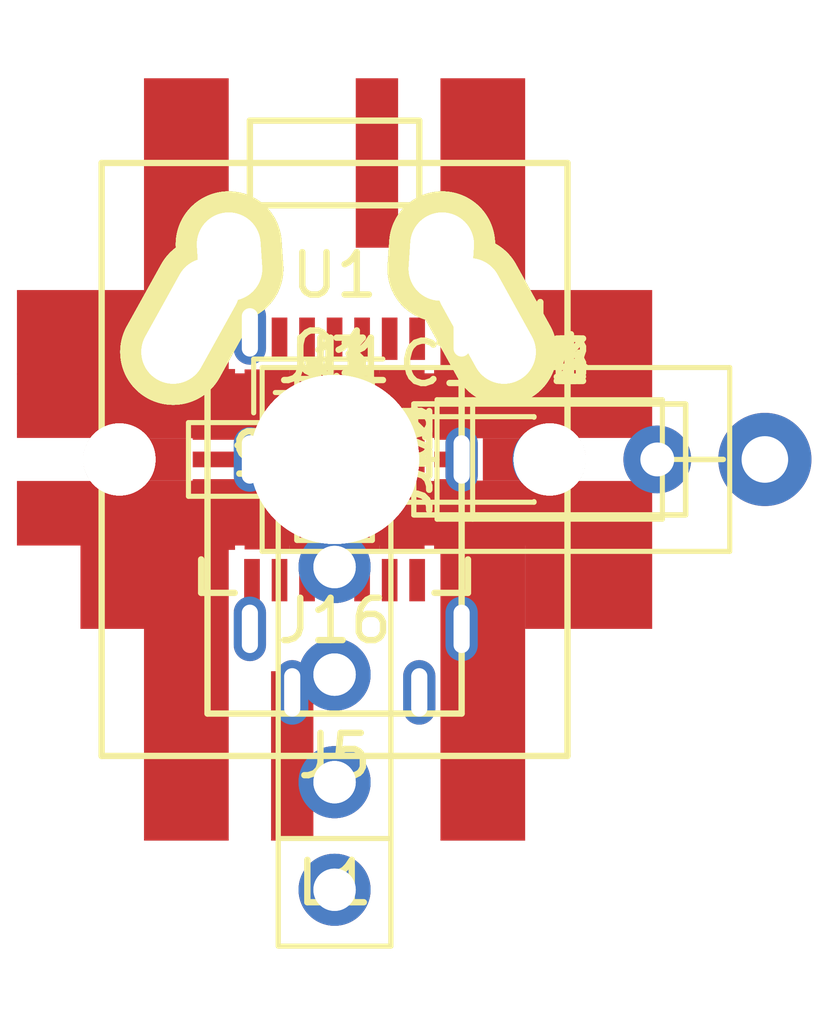
<source format=kicad_pcb>
(kicad_pcb (version 4) (host pcbnew 4.0.7)

  (general
    (links 125)
    (no_connects 56)
    (area 0 0 0 0)
    (thickness 1.6)
    (drawings 0)
    (tracks 0)
    (zones 0)
    (modules 44)
    (nets 38)
  )

  (page A4)
  (layers
    (0 F.Cu signal)
    (31 B.Cu signal)
    (32 B.Adhes user)
    (33 F.Adhes user)
    (34 B.Paste user)
    (35 F.Paste user)
    (36 B.SilkS user)
    (37 F.SilkS user)
    (38 B.Mask user)
    (39 F.Mask user)
    (40 Dwgs.User user)
    (41 Cmts.User user)
    (42 Eco1.User user)
    (43 Eco2.User user)
    (44 Edge.Cuts user)
    (45 Margin user)
    (46 B.CrtYd user)
    (47 F.CrtYd user)
    (48 B.Fab user)
    (49 F.Fab user)
  )

  (setup
    (last_trace_width 0.25)
    (trace_clearance 0.2)
    (zone_clearance 0.508)
    (zone_45_only no)
    (trace_min 0.2)
    (segment_width 0.2)
    (edge_width 0.15)
    (via_size 0.6)
    (via_drill 0.4)
    (via_min_size 0.4)
    (via_min_drill 0.3)
    (uvia_size 0.3)
    (uvia_drill 0.1)
    (uvias_allowed no)
    (uvia_min_size 0.2)
    (uvia_min_drill 0.1)
    (pcb_text_width 0.3)
    (pcb_text_size 1.5 1.5)
    (mod_edge_width 0.15)
    (mod_text_size 1 1)
    (mod_text_width 0.15)
    (pad_size 1.524 1.524)
    (pad_drill 0.762)
    (pad_to_mask_clearance 0.2)
    (aux_axis_origin 0 0)
    (visible_elements FFFFFF7F)
    (pcbplotparams
      (layerselection 0x00030_80000001)
      (usegerberextensions false)
      (excludeedgelayer true)
      (linewidth 0.100000)
      (plotframeref false)
      (viasonmask false)
      (mode 1)
      (useauxorigin false)
      (hpglpennumber 1)
      (hpglpenspeed 20)
      (hpglpendiameter 15)
      (hpglpenoverlay 2)
      (psnegative false)
      (psa4output false)
      (plotreference true)
      (plotvalue true)
      (plotinvisibletext false)
      (padsonsilk false)
      (subtractmaskfromsilk false)
      (outputformat 1)
      (mirror false)
      (drillshape 1)
      (scaleselection 1)
      (outputdirectory ""))
  )

  (net 0 "")
  (net 1 GND)
  (net 2 VCC)
  (net 3 VBUS)
  (net 4 "Net-(D1-Pad2)")
  (net 5 "Net-(J1-Pad1)")
  (net 6 Act)
  (net 7 "Net-(J1-Pad4)")
  (net 8 RESET)
  (net 9 "Net-(J2-Pad2)")
  (net 10 SCL)
  (net 11 Press)
  (net 12 SDA)
  (net 13 "Net-(J4-Pad2)")
  (net 14 "Net-(J11-Pad1)")
  (net 15 "Net-(J11-Pad2)")
  (net 16 "Net-(J11-Pad3)")
  (net 17 "Net-(J9-Pad2)")
  (net 18 "Net-(J10-Pad2)")
  (net 19 "Net-(Q1-Pad1)")
  (net 20 SW0)
  (net 21 SW5)
  (net 22 SW10)
  (net 23 SW1)
  (net 24 SW6)
  (net 25 SW11)
  (net 26 SW2)
  (net 27 SW7)
  (net 28 SW12)
  (net 29 SW3)
  (net 30 SW8)
  (net 31 SW13)
  (net 32 SW4)
  (net 33 SW9)
  (net 34 SW14)
  (net 35 SW15)
  (net 36 "Net-(U1-Pad15)")
  (net 37 "Net-(U1-Pad16)")

  (net_class Default "これは標準のネット クラスです。"
    (clearance 0.2)
    (trace_width 0.25)
    (via_dia 0.6)
    (via_drill 0.4)
    (uvia_dia 0.3)
    (uvia_drill 0.1)
    (add_net Act)
    (add_net GND)
    (add_net "Net-(D1-Pad2)")
    (add_net "Net-(J1-Pad1)")
    (add_net "Net-(J1-Pad4)")
    (add_net "Net-(J10-Pad2)")
    (add_net "Net-(J11-Pad1)")
    (add_net "Net-(J11-Pad2)")
    (add_net "Net-(J11-Pad3)")
    (add_net "Net-(J2-Pad2)")
    (add_net "Net-(J4-Pad2)")
    (add_net "Net-(J9-Pad2)")
    (add_net "Net-(Q1-Pad1)")
    (add_net "Net-(U1-Pad15)")
    (add_net "Net-(U1-Pad16)")
    (add_net Press)
    (add_net RESET)
    (add_net SCL)
    (add_net SDA)
    (add_net SW0)
    (add_net SW1)
    (add_net SW10)
    (add_net SW11)
    (add_net SW12)
    (add_net SW13)
    (add_net SW14)
    (add_net SW15)
    (add_net SW2)
    (add_net SW3)
    (add_net SW4)
    (add_net SW5)
    (add_net SW6)
    (add_net SW7)
    (add_net SW8)
    (add_net SW9)
    (add_net VBUS)
    (add_net VCC)
  )

  (module Capacitors_THT:C_Disc_D4.3mm_W1.9mm_P5.00mm (layer F.Cu) (tedit 597BC7C2) (tstamp 5B2541B2)
    (at 139.6111 99.9236)
    (descr "C, Disc series, Radial, pin pitch=5.00mm, , diameter*width=4.3*1.9mm^2, Capacitor, http://www.vishay.com/docs/45233/krseries.pdf")
    (tags "C Disc series Radial pin pitch 5.00mm  diameter 4.3mm width 1.9mm Capacitor")
    (path /5B26705E)
    (fp_text reference C1 (at 2.5 -2.26) (layer F.SilkS)
      (effects (font (size 1 1) (thickness 0.15)))
    )
    (fp_text value C (at 2.5 2.26) (layer F.Fab)
      (effects (font (size 1 1) (thickness 0.15)))
    )
    (fp_line (start 0.35 -0.95) (end 0.35 0.95) (layer F.Fab) (width 0.1))
    (fp_line (start 0.35 0.95) (end 4.65 0.95) (layer F.Fab) (width 0.1))
    (fp_line (start 4.65 0.95) (end 4.65 -0.95) (layer F.Fab) (width 0.1))
    (fp_line (start 4.65 -0.95) (end 0.35 -0.95) (layer F.Fab) (width 0.1))
    (fp_line (start 0.29 -1.01) (end 4.71 -1.01) (layer F.SilkS) (width 0.12))
    (fp_line (start 0.29 1.01) (end 4.71 1.01) (layer F.SilkS) (width 0.12))
    (fp_line (start 0.29 -1.01) (end 0.29 -0.996) (layer F.SilkS) (width 0.12))
    (fp_line (start 0.29 0.996) (end 0.29 1.01) (layer F.SilkS) (width 0.12))
    (fp_line (start 4.71 -1.01) (end 4.71 -0.996) (layer F.SilkS) (width 0.12))
    (fp_line (start 4.71 0.996) (end 4.71 1.01) (layer F.SilkS) (width 0.12))
    (fp_line (start -1.05 -1.3) (end -1.05 1.3) (layer F.CrtYd) (width 0.05))
    (fp_line (start -1.05 1.3) (end 6.05 1.3) (layer F.CrtYd) (width 0.05))
    (fp_line (start 6.05 1.3) (end 6.05 -1.3) (layer F.CrtYd) (width 0.05))
    (fp_line (start 6.05 -1.3) (end -1.05 -1.3) (layer F.CrtYd) (width 0.05))
    (fp_text user %R (at 2.5 0) (layer F.Fab)
      (effects (font (size 1 1) (thickness 0.15)))
    )
    (pad 1 thru_hole circle (at 0 0) (size 1.6 1.6) (drill 0.8) (layers *.Cu *.Mask)
      (net 1 GND))
    (pad 2 thru_hole circle (at 5 0) (size 1.6 1.6) (drill 0.8) (layers *.Cu *.Mask)
      (net 2 VCC))
    (model ${KISYS3DMOD}/Capacitors_THT.3dshapes/C_Disc_D4.3mm_W1.9mm_P5.00mm.wrl
      (at (xyz 0 0 0))
      (scale (xyz 1 1 1))
      (rotate (xyz 0 0 0))
    )
  )

  (module Diodes_THT:D_DO-41_SOD81_P10.16mm_Horizontal (layer F.Cu) (tedit 5921392F) (tstamp 5B2541B8)
    (at 139.6111 99.9236)
    (descr "D, DO-41_SOD81 series, Axial, Horizontal, pin pitch=10.16mm, , length*diameter=5.2*2.7mm^2, , http://www.diodes.com/_files/packages/DO-41%20(Plastic).pdf")
    (tags "D DO-41_SOD81 series Axial Horizontal pin pitch 10.16mm  length 5.2mm diameter 2.7mm")
    (path /5B257687)
    (fp_text reference D1 (at 5.08 -2.41) (layer F.SilkS)
      (effects (font (size 1 1) (thickness 0.15)))
    )
    (fp_text value D (at 5.08 2.41) (layer F.Fab)
      (effects (font (size 1 1) (thickness 0.15)))
    )
    (fp_text user %R (at 5.08 0) (layer F.Fab)
      (effects (font (size 1 1) (thickness 0.15)))
    )
    (fp_line (start 2.48 -1.35) (end 2.48 1.35) (layer F.Fab) (width 0.1))
    (fp_line (start 2.48 1.35) (end 7.68 1.35) (layer F.Fab) (width 0.1))
    (fp_line (start 7.68 1.35) (end 7.68 -1.35) (layer F.Fab) (width 0.1))
    (fp_line (start 7.68 -1.35) (end 2.48 -1.35) (layer F.Fab) (width 0.1))
    (fp_line (start 0 0) (end 2.48 0) (layer F.Fab) (width 0.1))
    (fp_line (start 10.16 0) (end 7.68 0) (layer F.Fab) (width 0.1))
    (fp_line (start 3.26 -1.35) (end 3.26 1.35) (layer F.Fab) (width 0.1))
    (fp_line (start 2.42 -1.41) (end 2.42 1.41) (layer F.SilkS) (width 0.12))
    (fp_line (start 2.42 1.41) (end 7.74 1.41) (layer F.SilkS) (width 0.12))
    (fp_line (start 7.74 1.41) (end 7.74 -1.41) (layer F.SilkS) (width 0.12))
    (fp_line (start 7.74 -1.41) (end 2.42 -1.41) (layer F.SilkS) (width 0.12))
    (fp_line (start 1.28 0) (end 2.42 0) (layer F.SilkS) (width 0.12))
    (fp_line (start 8.88 0) (end 7.74 0) (layer F.SilkS) (width 0.12))
    (fp_line (start 3.26 -1.41) (end 3.26 1.41) (layer F.SilkS) (width 0.12))
    (fp_line (start -1.35 -1.7) (end -1.35 1.7) (layer F.CrtYd) (width 0.05))
    (fp_line (start -1.35 1.7) (end 11.55 1.7) (layer F.CrtYd) (width 0.05))
    (fp_line (start 11.55 1.7) (end 11.55 -1.7) (layer F.CrtYd) (width 0.05))
    (fp_line (start 11.55 -1.7) (end -1.35 -1.7) (layer F.CrtYd) (width 0.05))
    (pad 1 thru_hole rect (at 0 0) (size 2.2 2.2) (drill 1.1) (layers *.Cu *.Mask)
      (net 3 VBUS))
    (pad 2 thru_hole oval (at 10.16 0) (size 2.2 2.2) (drill 1.1) (layers *.Cu *.Mask)
      (net 4 "Net-(D1-Pad2)"))
    (model ${KISYS3DMOD}/Diodes_THT.3dshapes/D_DO-41_SOD81_P10.16mm_Horizontal.wrl
      (at (xyz 0 0 0))
      (scale (xyz 0.393701 0.393701 0.393701))
      (rotate (xyz 0 0 0))
    )
  )

  (module Socket_Strips:Socket_Strip_Straight_1x05_Pitch2.54mm (layer F.Cu) (tedit 58CD5446) (tstamp 5B2541C1)
    (at 139.6111 99.9236)
    (descr "Through hole straight socket strip, 1x05, 2.54mm pitch, single row")
    (tags "Through hole socket strip THT 1x05 2.54mm single row")
    (path /5B2563EA)
    (fp_text reference J1 (at 0 -2.33) (layer F.SilkS)
      (effects (font (size 1 1) (thickness 0.15)))
    )
    (fp_text value Conn_01x05 (at 0 12.49) (layer F.Fab)
      (effects (font (size 1 1) (thickness 0.15)))
    )
    (fp_line (start -1.27 -1.27) (end -1.27 11.43) (layer F.Fab) (width 0.1))
    (fp_line (start -1.27 11.43) (end 1.27 11.43) (layer F.Fab) (width 0.1))
    (fp_line (start 1.27 11.43) (end 1.27 -1.27) (layer F.Fab) (width 0.1))
    (fp_line (start 1.27 -1.27) (end -1.27 -1.27) (layer F.Fab) (width 0.1))
    (fp_line (start -1.33 1.27) (end -1.33 11.49) (layer F.SilkS) (width 0.12))
    (fp_line (start -1.33 11.49) (end 1.33 11.49) (layer F.SilkS) (width 0.12))
    (fp_line (start 1.33 11.49) (end 1.33 1.27) (layer F.SilkS) (width 0.12))
    (fp_line (start 1.33 1.27) (end -1.33 1.27) (layer F.SilkS) (width 0.12))
    (fp_line (start -1.33 0) (end -1.33 -1.33) (layer F.SilkS) (width 0.12))
    (fp_line (start -1.33 -1.33) (end 0 -1.33) (layer F.SilkS) (width 0.12))
    (fp_line (start -1.8 -1.8) (end -1.8 11.95) (layer F.CrtYd) (width 0.05))
    (fp_line (start -1.8 11.95) (end 1.8 11.95) (layer F.CrtYd) (width 0.05))
    (fp_line (start 1.8 11.95) (end 1.8 -1.8) (layer F.CrtYd) (width 0.05))
    (fp_line (start 1.8 -1.8) (end -1.8 -1.8) (layer F.CrtYd) (width 0.05))
    (fp_text user %R (at 0 -2.33) (layer F.Fab)
      (effects (font (size 1 1) (thickness 0.15)))
    )
    (pad 1 thru_hole rect (at 0 0) (size 1.7 1.7) (drill 1) (layers *.Cu *.Mask)
      (net 5 "Net-(J1-Pad1)"))
    (pad 2 thru_hole oval (at 0 2.54) (size 1.7 1.7) (drill 1) (layers *.Cu *.Mask)
      (net 1 GND))
    (pad 3 thru_hole oval (at 0 5.08) (size 1.7 1.7) (drill 1) (layers *.Cu *.Mask)
      (net 6 Act))
    (pad 4 thru_hole oval (at 0 7.62) (size 1.7 1.7) (drill 1) (layers *.Cu *.Mask)
      (net 7 "Net-(J1-Pad4)"))
    (pad 5 thru_hole oval (at 0 10.16) (size 1.7 1.7) (drill 1) (layers *.Cu *.Mask)
      (net 8 RESET))
    (model ${KISYS3DMOD}/Socket_Strips.3dshapes/Socket_Strip_Straight_1x05_Pitch2.54mm.wrl
      (at (xyz 0 -0.2 0))
      (scale (xyz 1 1 1))
      (rotate (xyz 0 0 270))
    )
  )

  (module Connectors:GS3 (layer F.Cu) (tedit 58613494) (tstamp 5B2541C8)
    (at 139.6111 99.9236)
    (descr "3-pin solder bridge")
    (tags "solder bridge")
    (path /5B258C2D)
    (attr smd)
    (fp_text reference J2 (at -1.7 0 90) (layer F.SilkS)
      (effects (font (size 1 1) (thickness 0.15)))
    )
    (fp_text value GS3 (at 1.8 0 90) (layer F.Fab)
      (effects (font (size 1 1) (thickness 0.15)))
    )
    (fp_line (start -1.15 -2.15) (end 1.15 -2.15) (layer F.CrtYd) (width 0.05))
    (fp_line (start 1.15 -2.15) (end 1.15 2.15) (layer F.CrtYd) (width 0.05))
    (fp_line (start 1.15 2.15) (end -1.15 2.15) (layer F.CrtYd) (width 0.05))
    (fp_line (start -1.15 2.15) (end -1.15 -2.15) (layer F.CrtYd) (width 0.05))
    (fp_line (start -0.89 -1.91) (end -0.89 1.91) (layer F.SilkS) (width 0.12))
    (fp_line (start -0.89 1.91) (end 0.89 1.91) (layer F.SilkS) (width 0.12))
    (fp_line (start 0.89 1.91) (end 0.89 -1.91) (layer F.SilkS) (width 0.12))
    (fp_line (start -0.89 -1.91) (end 0.89 -1.91) (layer F.SilkS) (width 0.12))
    (pad 1 smd rect (at 0 -1.27) (size 1.27 0.97) (layers F.Cu F.Paste F.Mask)
      (net 2 VCC))
    (pad 2 smd rect (at 0 0) (size 1.27 0.97) (layers F.Cu F.Paste F.Mask)
      (net 9 "Net-(J2-Pad2)"))
    (pad 3 smd rect (at 0 1.27) (size 1.27 0.97) (layers F.Cu F.Paste F.Mask)
      (net 1 GND))
  )

  (module Socket_Strips:Socket_Strip_Straight_1x05_Pitch2.54mm (layer F.Cu) (tedit 58CD5446) (tstamp 5B2541D1)
    (at 139.6111 99.9236)
    (descr "Through hole straight socket strip, 1x05, 2.54mm pitch, single row")
    (tags "Through hole socket strip THT 1x05 2.54mm single row")
    (path /5B256629)
    (fp_text reference J3 (at 0 -2.33) (layer F.SilkS)
      (effects (font (size 1 1) (thickness 0.15)))
    )
    (fp_text value Conn_01x05 (at 0 12.49) (layer F.Fab)
      (effects (font (size 1 1) (thickness 0.15)))
    )
    (fp_line (start -1.27 -1.27) (end -1.27 11.43) (layer F.Fab) (width 0.1))
    (fp_line (start -1.27 11.43) (end 1.27 11.43) (layer F.Fab) (width 0.1))
    (fp_line (start 1.27 11.43) (end 1.27 -1.27) (layer F.Fab) (width 0.1))
    (fp_line (start 1.27 -1.27) (end -1.27 -1.27) (layer F.Fab) (width 0.1))
    (fp_line (start -1.33 1.27) (end -1.33 11.49) (layer F.SilkS) (width 0.12))
    (fp_line (start -1.33 11.49) (end 1.33 11.49) (layer F.SilkS) (width 0.12))
    (fp_line (start 1.33 11.49) (end 1.33 1.27) (layer F.SilkS) (width 0.12))
    (fp_line (start 1.33 1.27) (end -1.33 1.27) (layer F.SilkS) (width 0.12))
    (fp_line (start -1.33 0) (end -1.33 -1.33) (layer F.SilkS) (width 0.12))
    (fp_line (start -1.33 -1.33) (end 0 -1.33) (layer F.SilkS) (width 0.12))
    (fp_line (start -1.8 -1.8) (end -1.8 11.95) (layer F.CrtYd) (width 0.05))
    (fp_line (start -1.8 11.95) (end 1.8 11.95) (layer F.CrtYd) (width 0.05))
    (fp_line (start 1.8 11.95) (end 1.8 -1.8) (layer F.CrtYd) (width 0.05))
    (fp_line (start 1.8 -1.8) (end -1.8 -1.8) (layer F.CrtYd) (width 0.05))
    (fp_text user %R (at 0 -2.33) (layer F.Fab)
      (effects (font (size 1 1) (thickness 0.15)))
    )
    (pad 1 thru_hole rect (at 0 0) (size 1.7 1.7) (drill 1) (layers *.Cu *.Mask)
      (net 2 VCC))
    (pad 2 thru_hole oval (at 0 2.54) (size 1.7 1.7) (drill 1) (layers *.Cu *.Mask)
      (net 10 SCL))
    (pad 3 thru_hole oval (at 0 5.08) (size 1.7 1.7) (drill 1) (layers *.Cu *.Mask)
      (net 11 Press))
    (pad 4 thru_hole oval (at 0 7.62) (size 1.7 1.7) (drill 1) (layers *.Cu *.Mask)
      (net 12 SDA))
    (pad 5 thru_hole oval (at 0 10.16) (size 1.7 1.7) (drill 1) (layers *.Cu *.Mask)
      (net 3 VBUS))
    (model ${KISYS3DMOD}/Socket_Strips.3dshapes/Socket_Strip_Straight_1x05_Pitch2.54mm.wrl
      (at (xyz 0 -0.2 0))
      (scale (xyz 1 1 1))
      (rotate (xyz 0 0 270))
    )
  )

  (module Connectors:GS3 (layer F.Cu) (tedit 58613494) (tstamp 5B2541D8)
    (at 139.6111 99.9236)
    (descr "3-pin solder bridge")
    (tags "solder bridge")
    (path /5B258D50)
    (attr smd)
    (fp_text reference J4 (at -1.7 0 90) (layer F.SilkS)
      (effects (font (size 1 1) (thickness 0.15)))
    )
    (fp_text value GS3 (at 1.8 0 90) (layer F.Fab)
      (effects (font (size 1 1) (thickness 0.15)))
    )
    (fp_line (start -1.15 -2.15) (end 1.15 -2.15) (layer F.CrtYd) (width 0.05))
    (fp_line (start 1.15 -2.15) (end 1.15 2.15) (layer F.CrtYd) (width 0.05))
    (fp_line (start 1.15 2.15) (end -1.15 2.15) (layer F.CrtYd) (width 0.05))
    (fp_line (start -1.15 2.15) (end -1.15 -2.15) (layer F.CrtYd) (width 0.05))
    (fp_line (start -0.89 -1.91) (end -0.89 1.91) (layer F.SilkS) (width 0.12))
    (fp_line (start -0.89 1.91) (end 0.89 1.91) (layer F.SilkS) (width 0.12))
    (fp_line (start 0.89 1.91) (end 0.89 -1.91) (layer F.SilkS) (width 0.12))
    (fp_line (start -0.89 -1.91) (end 0.89 -1.91) (layer F.SilkS) (width 0.12))
    (pad 1 smd rect (at 0 -1.27) (size 1.27 0.97) (layers F.Cu F.Paste F.Mask)
      (net 2 VCC))
    (pad 2 smd rect (at 0 0) (size 1.27 0.97) (layers F.Cu F.Paste F.Mask)
      (net 13 "Net-(J4-Pad2)"))
    (pad 3 smd rect (at 0 1.27) (size 1.27 0.97) (layers F.Cu F.Paste F.Mask)
      (net 1 GND))
  )

  (module footprint:MJ-4PP-9 (layer F.Cu) (tedit 5B1D4205) (tstamp 5B2541E4)
    (at 139.6111 99.9236)
    (path /5B259A4B)
    (fp_text reference J5 (at 0 7) (layer F.SilkS)
      (effects (font (size 1 1) (thickness 0.15)))
    )
    (fp_text value Audio-Jack-4 (at 0 -9) (layer F.Fab)
      (effects (font (size 1 1) (thickness 0.15)))
    )
    (fp_line (start -2 -6) (end -2 -8) (layer F.SilkS) (width 0.15))
    (fp_line (start -2 -8) (end 2 -8) (layer F.SilkS) (width 0.15))
    (fp_line (start 2 -8) (end 2 -6) (layer F.SilkS) (width 0.15))
    (fp_line (start -3 6) (end -3 -6) (layer F.SilkS) (width 0.15))
    (fp_line (start -3 -6) (end 3 -6) (layer F.SilkS) (width 0.15))
    (fp_line (start 3 -6) (end 3 6) (layer F.SilkS) (width 0.15))
    (fp_line (start 3 6) (end -3 6) (layer F.SilkS) (width 0.15))
    (pad 3 thru_hole oval (at 3 -3) (size 0.762 1.524) (drill oval 0.381 1.143) (layers *.Cu *.Mask)
      (net 2 VCC))
    (pad 2 thru_hole oval (at 3 0) (size 0.762 1.524) (drill oval 0.381 1.143) (layers *.Cu *.Mask)
      (net 12 SDA))
    (pad 1 thru_hole oval (at 3 4) (size 0.762 1.524) (drill oval 0.381 1.143) (layers *.Cu *.Mask)
      (net 10 SCL))
    (pad 4 thru_hole oval (at -1 5.5) (size 0.762 1.524) (drill oval 0.381 1.143) (layers *.Cu *.Mask)
      (net 1 GND))
    (pad 3 thru_hole oval (at -2 -3) (size 0.762 1.524) (drill oval 0.381 1.143) (layers *.Cu *.Mask)
      (net 2 VCC))
    (pad 2 thru_hole oval (at -2 0) (size 0.762 1.524) (drill oval 0.381 1.143) (layers *.Cu *.Mask)
      (net 12 SDA))
    (pad 1 thru_hole oval (at -2 4) (size 0.762 1.524) (drill oval 0.381 1.143) (layers *.Cu *.Mask)
      (net 10 SCL))
    (pad 4 thru_hole oval (at 2 5.5) (size 0.762 1.524) (drill oval 0.381 1.143) (layers *.Cu *.Mask)
      (net 1 GND))
  )

  (module Connectors:GS2 (layer F.Cu) (tedit 586134A1) (tstamp 5B2541EA)
    (at 139.6111 99.9236)
    (descr "2-pin solder bridge")
    (tags "solder bridge")
    (path /5B2602A9)
    (attr smd)
    (fp_text reference J6 (at 1.78 0 90) (layer F.SilkS)
      (effects (font (size 1 1) (thickness 0.15)))
    )
    (fp_text value GS2 (at -1.8 0 90) (layer F.Fab)
      (effects (font (size 1 1) (thickness 0.15)))
    )
    (fp_line (start 1.1 -1.45) (end 1.1 1.5) (layer F.CrtYd) (width 0.05))
    (fp_line (start 1.1 1.5) (end -1.1 1.5) (layer F.CrtYd) (width 0.05))
    (fp_line (start -1.1 1.5) (end -1.1 -1.45) (layer F.CrtYd) (width 0.05))
    (fp_line (start -1.1 -1.45) (end 1.1 -1.45) (layer F.CrtYd) (width 0.05))
    (fp_line (start -0.89 -1.27) (end -0.89 1.27) (layer F.SilkS) (width 0.12))
    (fp_line (start 0.89 1.27) (end 0.89 -1.27) (layer F.SilkS) (width 0.12))
    (fp_line (start 0.89 1.27) (end -0.89 1.27) (layer F.SilkS) (width 0.12))
    (fp_line (start -0.89 -1.27) (end 0.89 -1.27) (layer F.SilkS) (width 0.12))
    (pad 1 smd rect (at 0 -0.64) (size 1.27 0.97) (layers F.Cu F.Paste F.Mask)
      (net 12 SDA))
    (pad 2 smd rect (at 0 0.64) (size 1.27 0.97) (layers F.Cu F.Paste F.Mask)
      (net 14 "Net-(J11-Pad1)"))
  )

  (module Connectors:GS2 (layer F.Cu) (tedit 586134A1) (tstamp 5B2541F0)
    (at 139.6111 99.9236)
    (descr "2-pin solder bridge")
    (tags "solder bridge")
    (path /5B26040E)
    (attr smd)
    (fp_text reference J7 (at 1.78 0 90) (layer F.SilkS)
      (effects (font (size 1 1) (thickness 0.15)))
    )
    (fp_text value GS2 (at -1.8 0 90) (layer F.Fab)
      (effects (font (size 1 1) (thickness 0.15)))
    )
    (fp_line (start 1.1 -1.45) (end 1.1 1.5) (layer F.CrtYd) (width 0.05))
    (fp_line (start 1.1 1.5) (end -1.1 1.5) (layer F.CrtYd) (width 0.05))
    (fp_line (start -1.1 1.5) (end -1.1 -1.45) (layer F.CrtYd) (width 0.05))
    (fp_line (start -1.1 -1.45) (end 1.1 -1.45) (layer F.CrtYd) (width 0.05))
    (fp_line (start -0.89 -1.27) (end -0.89 1.27) (layer F.SilkS) (width 0.12))
    (fp_line (start 0.89 1.27) (end 0.89 -1.27) (layer F.SilkS) (width 0.12))
    (fp_line (start 0.89 1.27) (end -0.89 1.27) (layer F.SilkS) (width 0.12))
    (fp_line (start -0.89 -1.27) (end 0.89 -1.27) (layer F.SilkS) (width 0.12))
    (pad 1 smd rect (at 0 -0.64) (size 1.27 0.97) (layers F.Cu F.Paste F.Mask)
      (net 10 SCL))
    (pad 2 smd rect (at 0 0.64) (size 1.27 0.97) (layers F.Cu F.Paste F.Mask)
      (net 15 "Net-(J11-Pad2)"))
  )

  (module Connectors:GS2 (layer F.Cu) (tedit 586134A1) (tstamp 5B2541F6)
    (at 139.6111 99.9236)
    (descr "2-pin solder bridge")
    (tags "solder bridge")
    (path /5B260487)
    (attr smd)
    (fp_text reference J8 (at 1.78 0 90) (layer F.SilkS)
      (effects (font (size 1 1) (thickness 0.15)))
    )
    (fp_text value GS2 (at -1.8 0 90) (layer F.Fab)
      (effects (font (size 1 1) (thickness 0.15)))
    )
    (fp_line (start 1.1 -1.45) (end 1.1 1.5) (layer F.CrtYd) (width 0.05))
    (fp_line (start 1.1 1.5) (end -1.1 1.5) (layer F.CrtYd) (width 0.05))
    (fp_line (start -1.1 1.5) (end -1.1 -1.45) (layer F.CrtYd) (width 0.05))
    (fp_line (start -1.1 -1.45) (end 1.1 -1.45) (layer F.CrtYd) (width 0.05))
    (fp_line (start -0.89 -1.27) (end -0.89 1.27) (layer F.SilkS) (width 0.12))
    (fp_line (start 0.89 1.27) (end 0.89 -1.27) (layer F.SilkS) (width 0.12))
    (fp_line (start 0.89 1.27) (end -0.89 1.27) (layer F.SilkS) (width 0.12))
    (fp_line (start -0.89 -1.27) (end 0.89 -1.27) (layer F.SilkS) (width 0.12))
    (pad 1 smd rect (at 0 -0.64) (size 1.27 0.97) (layers F.Cu F.Paste F.Mask)
      (net 2 VCC))
    (pad 2 smd rect (at 0 0.64) (size 1.27 0.97) (layers F.Cu F.Paste F.Mask)
      (net 16 "Net-(J11-Pad3)"))
  )

  (module Connectors:GS3 (layer F.Cu) (tedit 58613494) (tstamp 5B2541FD)
    (at 139.6111 99.9236)
    (descr "3-pin solder bridge")
    (tags "solder bridge")
    (path /5B259106)
    (attr smd)
    (fp_text reference J9 (at -1.7 0 90) (layer F.SilkS)
      (effects (font (size 1 1) (thickness 0.15)))
    )
    (fp_text value GS3 (at 1.8 0 90) (layer F.Fab)
      (effects (font (size 1 1) (thickness 0.15)))
    )
    (fp_line (start -1.15 -2.15) (end 1.15 -2.15) (layer F.CrtYd) (width 0.05))
    (fp_line (start 1.15 -2.15) (end 1.15 2.15) (layer F.CrtYd) (width 0.05))
    (fp_line (start 1.15 2.15) (end -1.15 2.15) (layer F.CrtYd) (width 0.05))
    (fp_line (start -1.15 2.15) (end -1.15 -2.15) (layer F.CrtYd) (width 0.05))
    (fp_line (start -0.89 -1.91) (end -0.89 1.91) (layer F.SilkS) (width 0.12))
    (fp_line (start -0.89 1.91) (end 0.89 1.91) (layer F.SilkS) (width 0.12))
    (fp_line (start 0.89 1.91) (end 0.89 -1.91) (layer F.SilkS) (width 0.12))
    (fp_line (start -0.89 -1.91) (end 0.89 -1.91) (layer F.SilkS) (width 0.12))
    (pad 1 smd rect (at 0 -1.27) (size 1.27 0.97) (layers F.Cu F.Paste F.Mask)
      (net 2 VCC))
    (pad 2 smd rect (at 0 0) (size 1.27 0.97) (layers F.Cu F.Paste F.Mask)
      (net 17 "Net-(J9-Pad2)"))
    (pad 3 smd rect (at 0 1.27) (size 1.27 0.97) (layers F.Cu F.Paste F.Mask)
      (net 1 GND))
  )

  (module Connectors:GS2 (layer F.Cu) (tedit 586134A1) (tstamp 5B254203)
    (at 139.6111 99.9236)
    (descr "2-pin solder bridge")
    (tags "solder bridge")
    (path /5B260507)
    (attr smd)
    (fp_text reference J10 (at 1.78 0 90) (layer F.SilkS)
      (effects (font (size 1 1) (thickness 0.15)))
    )
    (fp_text value GS2 (at -1.8 0 90) (layer F.Fab)
      (effects (font (size 1 1) (thickness 0.15)))
    )
    (fp_line (start 1.1 -1.45) (end 1.1 1.5) (layer F.CrtYd) (width 0.05))
    (fp_line (start 1.1 1.5) (end -1.1 1.5) (layer F.CrtYd) (width 0.05))
    (fp_line (start -1.1 1.5) (end -1.1 -1.45) (layer F.CrtYd) (width 0.05))
    (fp_line (start -1.1 -1.45) (end 1.1 -1.45) (layer F.CrtYd) (width 0.05))
    (fp_line (start -0.89 -1.27) (end -0.89 1.27) (layer F.SilkS) (width 0.12))
    (fp_line (start 0.89 1.27) (end 0.89 -1.27) (layer F.SilkS) (width 0.12))
    (fp_line (start 0.89 1.27) (end -0.89 1.27) (layer F.SilkS) (width 0.12))
    (fp_line (start -0.89 -1.27) (end 0.89 -1.27) (layer F.SilkS) (width 0.12))
    (pad 1 smd rect (at 0 -0.64) (size 1.27 0.97) (layers F.Cu F.Paste F.Mask)
      (net 1 GND))
    (pad 2 smd rect (at 0 0.64) (size 1.27 0.97) (layers F.Cu F.Paste F.Mask)
      (net 18 "Net-(J10-Pad2)"))
  )

  (module Socket_Strips:Socket_Strip_Straight_1x04_Pitch2.54mm (layer F.Cu) (tedit 58CD5446) (tstamp 5B25420B)
    (at 139.6111 99.9236)
    (descr "Through hole straight socket strip, 1x04, 2.54mm pitch, single row")
    (tags "Through hole socket strip THT 1x04 2.54mm single row")
    (path /5B25FFBF)
    (fp_text reference J11 (at 0 -2.33) (layer F.SilkS)
      (effects (font (size 1 1) (thickness 0.15)))
    )
    (fp_text value Conn_01x04 (at 0 9.95) (layer F.Fab)
      (effects (font (size 1 1) (thickness 0.15)))
    )
    (fp_line (start -1.27 -1.27) (end -1.27 8.89) (layer F.Fab) (width 0.1))
    (fp_line (start -1.27 8.89) (end 1.27 8.89) (layer F.Fab) (width 0.1))
    (fp_line (start 1.27 8.89) (end 1.27 -1.27) (layer F.Fab) (width 0.1))
    (fp_line (start 1.27 -1.27) (end -1.27 -1.27) (layer F.Fab) (width 0.1))
    (fp_line (start -1.33 1.27) (end -1.33 8.95) (layer F.SilkS) (width 0.12))
    (fp_line (start -1.33 8.95) (end 1.33 8.95) (layer F.SilkS) (width 0.12))
    (fp_line (start 1.33 8.95) (end 1.33 1.27) (layer F.SilkS) (width 0.12))
    (fp_line (start 1.33 1.27) (end -1.33 1.27) (layer F.SilkS) (width 0.12))
    (fp_line (start -1.33 0) (end -1.33 -1.33) (layer F.SilkS) (width 0.12))
    (fp_line (start -1.33 -1.33) (end 0 -1.33) (layer F.SilkS) (width 0.12))
    (fp_line (start -1.8 -1.8) (end -1.8 9.4) (layer F.CrtYd) (width 0.05))
    (fp_line (start -1.8 9.4) (end 1.8 9.4) (layer F.CrtYd) (width 0.05))
    (fp_line (start 1.8 9.4) (end 1.8 -1.8) (layer F.CrtYd) (width 0.05))
    (fp_line (start 1.8 -1.8) (end -1.8 -1.8) (layer F.CrtYd) (width 0.05))
    (fp_text user %R (at 0 -2.33) (layer F.Fab)
      (effects (font (size 1 1) (thickness 0.15)))
    )
    (pad 1 thru_hole rect (at 0 0) (size 1.7 1.7) (drill 1) (layers *.Cu *.Mask)
      (net 14 "Net-(J11-Pad1)"))
    (pad 2 thru_hole oval (at 0 2.54) (size 1.7 1.7) (drill 1) (layers *.Cu *.Mask)
      (net 15 "Net-(J11-Pad2)"))
    (pad 3 thru_hole oval (at 0 5.08) (size 1.7 1.7) (drill 1) (layers *.Cu *.Mask)
      (net 16 "Net-(J11-Pad3)"))
    (pad 4 thru_hole oval (at 0 7.62) (size 1.7 1.7) (drill 1) (layers *.Cu *.Mask)
      (net 18 "Net-(J10-Pad2)"))
    (model ${KISYS3DMOD}/Socket_Strips.3dshapes/Socket_Strip_Straight_1x04_Pitch2.54mm.wrl
      (at (xyz 0 -0.15 0))
      (scale (xyz 1 1 1))
      (rotate (xyz 0 0 270))
    )
  )

  (module Connectors:GS2 (layer F.Cu) (tedit 586134A1) (tstamp 5B254211)
    (at 139.6111 99.9236)
    (descr "2-pin solder bridge")
    (tags "solder bridge")
    (path /5B26058A)
    (attr smd)
    (fp_text reference J12 (at 1.78 0 90) (layer F.SilkS)
      (effects (font (size 1 1) (thickness 0.15)))
    )
    (fp_text value GS2 (at -1.8 0 90) (layer F.Fab)
      (effects (font (size 1 1) (thickness 0.15)))
    )
    (fp_line (start 1.1 -1.45) (end 1.1 1.5) (layer F.CrtYd) (width 0.05))
    (fp_line (start 1.1 1.5) (end -1.1 1.5) (layer F.CrtYd) (width 0.05))
    (fp_line (start -1.1 1.5) (end -1.1 -1.45) (layer F.CrtYd) (width 0.05))
    (fp_line (start -1.1 -1.45) (end 1.1 -1.45) (layer F.CrtYd) (width 0.05))
    (fp_line (start -0.89 -1.27) (end -0.89 1.27) (layer F.SilkS) (width 0.12))
    (fp_line (start 0.89 1.27) (end 0.89 -1.27) (layer F.SilkS) (width 0.12))
    (fp_line (start 0.89 1.27) (end -0.89 1.27) (layer F.SilkS) (width 0.12))
    (fp_line (start -0.89 -1.27) (end 0.89 -1.27) (layer F.SilkS) (width 0.12))
    (pad 1 smd rect (at 0 -0.64) (size 1.27 0.97) (layers F.Cu F.Paste F.Mask)
      (net 12 SDA))
    (pad 2 smd rect (at 0 0.64) (size 1.27 0.97) (layers F.Cu F.Paste F.Mask)
      (net 18 "Net-(J10-Pad2)"))
  )

  (module Connectors:GS2 (layer F.Cu) (tedit 586134A1) (tstamp 5B254217)
    (at 139.6111 99.9236)
    (descr "2-pin solder bridge")
    (tags "solder bridge")
    (path /5B260618)
    (attr smd)
    (fp_text reference J13 (at 1.78 0 90) (layer F.SilkS)
      (effects (font (size 1 1) (thickness 0.15)))
    )
    (fp_text value GS2 (at -1.8 0 90) (layer F.Fab)
      (effects (font (size 1 1) (thickness 0.15)))
    )
    (fp_line (start 1.1 -1.45) (end 1.1 1.5) (layer F.CrtYd) (width 0.05))
    (fp_line (start 1.1 1.5) (end -1.1 1.5) (layer F.CrtYd) (width 0.05))
    (fp_line (start -1.1 1.5) (end -1.1 -1.45) (layer F.CrtYd) (width 0.05))
    (fp_line (start -1.1 -1.45) (end 1.1 -1.45) (layer F.CrtYd) (width 0.05))
    (fp_line (start -0.89 -1.27) (end -0.89 1.27) (layer F.SilkS) (width 0.12))
    (fp_line (start 0.89 1.27) (end 0.89 -1.27) (layer F.SilkS) (width 0.12))
    (fp_line (start 0.89 1.27) (end -0.89 1.27) (layer F.SilkS) (width 0.12))
    (fp_line (start -0.89 -1.27) (end 0.89 -1.27) (layer F.SilkS) (width 0.12))
    (pad 1 smd rect (at 0 -0.64) (size 1.27 0.97) (layers F.Cu F.Paste F.Mask)
      (net 10 SCL))
    (pad 2 smd rect (at 0 0.64) (size 1.27 0.97) (layers F.Cu F.Paste F.Mask)
      (net 16 "Net-(J11-Pad3)"))
  )

  (module Connectors:GS2 (layer F.Cu) (tedit 586134A1) (tstamp 5B25421D)
    (at 139.6111 99.9236)
    (descr "2-pin solder bridge")
    (tags "solder bridge")
    (path /5B26069D)
    (attr smd)
    (fp_text reference J14 (at 1.78 0 90) (layer F.SilkS)
      (effects (font (size 1 1) (thickness 0.15)))
    )
    (fp_text value GS2 (at -1.8 0 90) (layer F.Fab)
      (effects (font (size 1 1) (thickness 0.15)))
    )
    (fp_line (start 1.1 -1.45) (end 1.1 1.5) (layer F.CrtYd) (width 0.05))
    (fp_line (start 1.1 1.5) (end -1.1 1.5) (layer F.CrtYd) (width 0.05))
    (fp_line (start -1.1 1.5) (end -1.1 -1.45) (layer F.CrtYd) (width 0.05))
    (fp_line (start -1.1 -1.45) (end 1.1 -1.45) (layer F.CrtYd) (width 0.05))
    (fp_line (start -0.89 -1.27) (end -0.89 1.27) (layer F.SilkS) (width 0.12))
    (fp_line (start 0.89 1.27) (end 0.89 -1.27) (layer F.SilkS) (width 0.12))
    (fp_line (start 0.89 1.27) (end -0.89 1.27) (layer F.SilkS) (width 0.12))
    (fp_line (start -0.89 -1.27) (end 0.89 -1.27) (layer F.SilkS) (width 0.12))
    (pad 1 smd rect (at 0 -0.64) (size 1.27 0.97) (layers F.Cu F.Paste F.Mask)
      (net 2 VCC))
    (pad 2 smd rect (at 0 0.64) (size 1.27 0.97) (layers F.Cu F.Paste F.Mask)
      (net 15 "Net-(J11-Pad2)"))
  )

  (module Connectors:GS2 (layer F.Cu) (tedit 586134A1) (tstamp 5B254223)
    (at 139.6111 99.9236)
    (descr "2-pin solder bridge")
    (tags "solder bridge")
    (path /5B260725)
    (attr smd)
    (fp_text reference J15 (at 1.78 0 90) (layer F.SilkS)
      (effects (font (size 1 1) (thickness 0.15)))
    )
    (fp_text value GS2 (at -1.8 0 90) (layer F.Fab)
      (effects (font (size 1 1) (thickness 0.15)))
    )
    (fp_line (start 1.1 -1.45) (end 1.1 1.5) (layer F.CrtYd) (width 0.05))
    (fp_line (start 1.1 1.5) (end -1.1 1.5) (layer F.CrtYd) (width 0.05))
    (fp_line (start -1.1 1.5) (end -1.1 -1.45) (layer F.CrtYd) (width 0.05))
    (fp_line (start -1.1 -1.45) (end 1.1 -1.45) (layer F.CrtYd) (width 0.05))
    (fp_line (start -0.89 -1.27) (end -0.89 1.27) (layer F.SilkS) (width 0.12))
    (fp_line (start 0.89 1.27) (end 0.89 -1.27) (layer F.SilkS) (width 0.12))
    (fp_line (start 0.89 1.27) (end -0.89 1.27) (layer F.SilkS) (width 0.12))
    (fp_line (start -0.89 -1.27) (end 0.89 -1.27) (layer F.SilkS) (width 0.12))
    (pad 1 smd rect (at 0 -0.64) (size 1.27 0.97) (layers F.Cu F.Paste F.Mask)
      (net 1 GND))
    (pad 2 smd rect (at 0 0.64) (size 1.27 0.97) (layers F.Cu F.Paste F.Mask)
      (net 14 "Net-(J11-Pad1)"))
  )

  (module footprint:FSR400 (layer F.Cu) (tedit 5B1D466C) (tstamp 5B254229)
    (at 139.6111 99.9236)
    (path /5B2581CC)
    (fp_text reference J16 (at 0 3.81) (layer F.SilkS)
      (effects (font (size 1 1) (thickness 0.15)))
    )
    (fp_text value Conn_01x02 (at 0 -3.81) (layer F.Fab)
      (effects (font (size 1 1) (thickness 0.15)))
    )
    (pad 2 smd rect (at 0 1.27) (size 15 1.524) (layers F.Cu F.Paste F.Mask)
      (net 11 Press))
    (pad 1 smd rect (at 0 -1.27) (size 15 1.524) (layers F.Cu F.Paste F.Mask)
      (net 2 VCC))
  )

  (module footprint:LD14-002 (layer F.Cu) (tedit 5B1D2DE9) (tstamp 5B254239)
    (at 139.6111 99.9236)
    (path /5B257632)
    (fp_text reference L1 (at 0 10) (layer F.SilkS)
      (effects (font (size 1 1) (thickness 0.15)))
    )
    (fp_text value LD14-002 (at 0 -10) (layer F.Fab)
      (effects (font (size 1 1) (thickness 0.15)))
    )
    (fp_line (start -5.5 -7) (end -5.5 7) (layer F.SilkS) (width 0.15))
    (fp_line (start -5.5 -7) (end 5.5 -7) (layer F.SilkS) (width 0.15))
    (fp_line (start 5.5 -7) (end 5.5 7) (layer F.SilkS) (width 0.15))
    (fp_line (start 5.5 7) (end -5.5 7) (layer F.SilkS) (width 0.15))
    (pad "" smd rect (at -6 -3) (size 3 2) (layers F.Cu F.Paste F.Mask))
    (pad "" smd rect (at -4.5 3) (size 3 2) (layers F.Cu F.Paste F.Mask))
    (pad "" smd rect (at 6 3) (size 3 2) (layers F.Cu F.Paste F.Mask))
    (pad "" smd rect (at -3.5 4.75) (size 2 8.5) (layers F.Cu F.Paste F.Mask))
    (pad "" smd rect (at -3.5 -4.75) (size 2 8.5) (layers F.Cu F.Paste F.Mask))
    (pad "" smd rect (at 3.5 4.75) (size 2 8.5) (layers F.Cu F.Paste F.Mask))
    (pad "" smd rect (at 4 0) (size 1 1) (layers F.Cu F.Paste F.Mask))
    (pad "" smd rect (at -4 0) (size 1 1) (layers F.Cu F.Paste F.Mask))
    (pad "" smd rect (at 6 -3) (size 3 2) (layers F.Cu F.Paste F.Mask))
    (pad 2 smd rect (at -1 7) (size 1 4) (layers F.Cu F.Paste F.Mask)
      (net 4 "Net-(D1-Pad2)"))
    (pad 1 smd rect (at 1 -7) (size 1 4) (layers F.Cu F.Paste F.Mask)
      (net 3 VBUS))
    (pad "" smd rect (at 3.5 -4.75) (size 2 8.5) (layers F.Cu F.Paste F.Mask))
  )

  (module TO_SOT_Packages_SMD:SOT-23 (layer F.Cu) (tedit 58CE4E7E) (tstamp 5B254240)
    (at 139.6111 99.9236)
    (descr "SOT-23, Standard")
    (tags SOT-23)
    (path /5B2572A8)
    (attr smd)
    (fp_text reference Q1 (at 0 -2.5) (layer F.SilkS)
      (effects (font (size 1 1) (thickness 0.15)))
    )
    (fp_text value Q_NMOS_GSD (at 0 2.5) (layer F.Fab)
      (effects (font (size 1 1) (thickness 0.15)))
    )
    (fp_text user %R (at 0 0 90) (layer F.Fab)
      (effects (font (size 0.5 0.5) (thickness 0.075)))
    )
    (fp_line (start -0.7 -0.95) (end -0.7 1.5) (layer F.Fab) (width 0.1))
    (fp_line (start -0.15 -1.52) (end 0.7 -1.52) (layer F.Fab) (width 0.1))
    (fp_line (start -0.7 -0.95) (end -0.15 -1.52) (layer F.Fab) (width 0.1))
    (fp_line (start 0.7 -1.52) (end 0.7 1.52) (layer F.Fab) (width 0.1))
    (fp_line (start -0.7 1.52) (end 0.7 1.52) (layer F.Fab) (width 0.1))
    (fp_line (start 0.76 1.58) (end 0.76 0.65) (layer F.SilkS) (width 0.12))
    (fp_line (start 0.76 -1.58) (end 0.76 -0.65) (layer F.SilkS) (width 0.12))
    (fp_line (start -1.7 -1.75) (end 1.7 -1.75) (layer F.CrtYd) (width 0.05))
    (fp_line (start 1.7 -1.75) (end 1.7 1.75) (layer F.CrtYd) (width 0.05))
    (fp_line (start 1.7 1.75) (end -1.7 1.75) (layer F.CrtYd) (width 0.05))
    (fp_line (start -1.7 1.75) (end -1.7 -1.75) (layer F.CrtYd) (width 0.05))
    (fp_line (start 0.76 -1.58) (end -1.4 -1.58) (layer F.SilkS) (width 0.12))
    (fp_line (start 0.76 1.58) (end -0.7 1.58) (layer F.SilkS) (width 0.12))
    (pad 1 smd rect (at -1 -0.95) (size 0.9 0.8) (layers F.Cu F.Paste F.Mask)
      (net 19 "Net-(Q1-Pad1)"))
    (pad 2 smd rect (at -1 0.95) (size 0.9 0.8) (layers F.Cu F.Paste F.Mask)
      (net 1 GND))
    (pad 3 smd rect (at 1 0) (size 0.9 0.8) (layers F.Cu F.Paste F.Mask)
      (net 4 "Net-(D1-Pad2)"))
    (model ${KISYS3DMOD}/TO_SOT_Packages_SMD.3dshapes/SOT-23.wrl
      (at (xyz 0 0 0))
      (scale (xyz 1 1 1))
      (rotate (xyz 0 0 0))
    )
  )

  (module Resistors_THT:R_Axial_DIN0207_L6.3mm_D2.5mm_P10.16mm_Horizontal (layer F.Cu) (tedit 5874F706) (tstamp 5B254246)
    (at 139.6111 99.9236)
    (descr "Resistor, Axial_DIN0207 series, Axial, Horizontal, pin pitch=10.16mm, 0.25W = 1/4W, length*diameter=6.3*2.5mm^2, http://cdn-reichelt.de/documents/datenblatt/B400/1_4W%23YAG.pdf")
    (tags "Resistor Axial_DIN0207 series Axial Horizontal pin pitch 10.16mm 0.25W = 1/4W length 6.3mm diameter 2.5mm")
    (path /5B268EFB)
    (fp_text reference R1 (at 5.08 -2.31) (layer F.SilkS)
      (effects (font (size 1 1) (thickness 0.15)))
    )
    (fp_text value R (at 5.08 2.31) (layer F.Fab)
      (effects (font (size 1 1) (thickness 0.15)))
    )
    (fp_line (start 1.93 -1.25) (end 1.93 1.25) (layer F.Fab) (width 0.1))
    (fp_line (start 1.93 1.25) (end 8.23 1.25) (layer F.Fab) (width 0.1))
    (fp_line (start 8.23 1.25) (end 8.23 -1.25) (layer F.Fab) (width 0.1))
    (fp_line (start 8.23 -1.25) (end 1.93 -1.25) (layer F.Fab) (width 0.1))
    (fp_line (start 0 0) (end 1.93 0) (layer F.Fab) (width 0.1))
    (fp_line (start 10.16 0) (end 8.23 0) (layer F.Fab) (width 0.1))
    (fp_line (start 1.87 -1.31) (end 1.87 1.31) (layer F.SilkS) (width 0.12))
    (fp_line (start 1.87 1.31) (end 8.29 1.31) (layer F.SilkS) (width 0.12))
    (fp_line (start 8.29 1.31) (end 8.29 -1.31) (layer F.SilkS) (width 0.12))
    (fp_line (start 8.29 -1.31) (end 1.87 -1.31) (layer F.SilkS) (width 0.12))
    (fp_line (start 0.98 0) (end 1.87 0) (layer F.SilkS) (width 0.12))
    (fp_line (start 9.18 0) (end 8.29 0) (layer F.SilkS) (width 0.12))
    (fp_line (start -1.05 -1.6) (end -1.05 1.6) (layer F.CrtYd) (width 0.05))
    (fp_line (start -1.05 1.6) (end 11.25 1.6) (layer F.CrtYd) (width 0.05))
    (fp_line (start 11.25 1.6) (end 11.25 -1.6) (layer F.CrtYd) (width 0.05))
    (fp_line (start 11.25 -1.6) (end -1.05 -1.6) (layer F.CrtYd) (width 0.05))
    (pad 1 thru_hole circle (at 0 0) (size 1.6 1.6) (drill 0.8) (layers *.Cu *.Mask)
      (net 2 VCC))
    (pad 2 thru_hole oval (at 10.16 0) (size 1.6 1.6) (drill 0.8) (layers *.Cu *.Mask)
      (net 8 RESET))
    (model ${KISYS3DMOD}/Resistors_THT.3dshapes/R_Axial_DIN0207_L6.3mm_D2.5mm_P10.16mm_Horizontal.wrl
      (at (xyz 0 0 0))
      (scale (xyz 0.393701 0.393701 0.393701))
      (rotate (xyz 0 0 0))
    )
  )

  (module Resistors_THT:R_Axial_DIN0207_L6.3mm_D2.5mm_P10.16mm_Horizontal (layer F.Cu) (tedit 5874F706) (tstamp 5B25424C)
    (at 139.6111 99.9236)
    (descr "Resistor, Axial_DIN0207 series, Axial, Horizontal, pin pitch=10.16mm, 0.25W = 1/4W, length*diameter=6.3*2.5mm^2, http://cdn-reichelt.de/documents/datenblatt/B400/1_4W%23YAG.pdf")
    (tags "Resistor Axial_DIN0207 series Axial Horizontal pin pitch 10.16mm 0.25W = 1/4W length 6.3mm diameter 2.5mm")
    (path /5B25A19A)
    (fp_text reference R2 (at 5.08 -2.31) (layer F.SilkS)
      (effects (font (size 1 1) (thickness 0.15)))
    )
    (fp_text value R (at 5.08 2.31) (layer F.Fab)
      (effects (font (size 1 1) (thickness 0.15)))
    )
    (fp_line (start 1.93 -1.25) (end 1.93 1.25) (layer F.Fab) (width 0.1))
    (fp_line (start 1.93 1.25) (end 8.23 1.25) (layer F.Fab) (width 0.1))
    (fp_line (start 8.23 1.25) (end 8.23 -1.25) (layer F.Fab) (width 0.1))
    (fp_line (start 8.23 -1.25) (end 1.93 -1.25) (layer F.Fab) (width 0.1))
    (fp_line (start 0 0) (end 1.93 0) (layer F.Fab) (width 0.1))
    (fp_line (start 10.16 0) (end 8.23 0) (layer F.Fab) (width 0.1))
    (fp_line (start 1.87 -1.31) (end 1.87 1.31) (layer F.SilkS) (width 0.12))
    (fp_line (start 1.87 1.31) (end 8.29 1.31) (layer F.SilkS) (width 0.12))
    (fp_line (start 8.29 1.31) (end 8.29 -1.31) (layer F.SilkS) (width 0.12))
    (fp_line (start 8.29 -1.31) (end 1.87 -1.31) (layer F.SilkS) (width 0.12))
    (fp_line (start 0.98 0) (end 1.87 0) (layer F.SilkS) (width 0.12))
    (fp_line (start 9.18 0) (end 8.29 0) (layer F.SilkS) (width 0.12))
    (fp_line (start -1.05 -1.6) (end -1.05 1.6) (layer F.CrtYd) (width 0.05))
    (fp_line (start -1.05 1.6) (end 11.25 1.6) (layer F.CrtYd) (width 0.05))
    (fp_line (start 11.25 1.6) (end 11.25 -1.6) (layer F.CrtYd) (width 0.05))
    (fp_line (start 11.25 -1.6) (end -1.05 -1.6) (layer F.CrtYd) (width 0.05))
    (pad 1 thru_hole circle (at 0 0) (size 1.6 1.6) (drill 0.8) (layers *.Cu *.Mask)
      (net 2 VCC))
    (pad 2 thru_hole oval (at 10.16 0) (size 1.6 1.6) (drill 0.8) (layers *.Cu *.Mask)
      (net 10 SCL))
    (model ${KISYS3DMOD}/Resistors_THT.3dshapes/R_Axial_DIN0207_L6.3mm_D2.5mm_P10.16mm_Horizontal.wrl
      (at (xyz 0 0 0))
      (scale (xyz 0.393701 0.393701 0.393701))
      (rotate (xyz 0 0 0))
    )
  )

  (module Resistors_THT:R_Axial_DIN0207_L6.3mm_D2.5mm_P10.16mm_Horizontal (layer F.Cu) (tedit 5874F706) (tstamp 5B254252)
    (at 139.6111 99.9236)
    (descr "Resistor, Axial_DIN0207 series, Axial, Horizontal, pin pitch=10.16mm, 0.25W = 1/4W, length*diameter=6.3*2.5mm^2, http://cdn-reichelt.de/documents/datenblatt/B400/1_4W%23YAG.pdf")
    (tags "Resistor Axial_DIN0207 series Axial Horizontal pin pitch 10.16mm 0.25W = 1/4W length 6.3mm diameter 2.5mm")
    (path /5B25B065)
    (fp_text reference R3 (at 5.08 -2.31) (layer F.SilkS)
      (effects (font (size 1 1) (thickness 0.15)))
    )
    (fp_text value R (at 5.08 2.31) (layer F.Fab)
      (effects (font (size 1 1) (thickness 0.15)))
    )
    (fp_line (start 1.93 -1.25) (end 1.93 1.25) (layer F.Fab) (width 0.1))
    (fp_line (start 1.93 1.25) (end 8.23 1.25) (layer F.Fab) (width 0.1))
    (fp_line (start 8.23 1.25) (end 8.23 -1.25) (layer F.Fab) (width 0.1))
    (fp_line (start 8.23 -1.25) (end 1.93 -1.25) (layer F.Fab) (width 0.1))
    (fp_line (start 0 0) (end 1.93 0) (layer F.Fab) (width 0.1))
    (fp_line (start 10.16 0) (end 8.23 0) (layer F.Fab) (width 0.1))
    (fp_line (start 1.87 -1.31) (end 1.87 1.31) (layer F.SilkS) (width 0.12))
    (fp_line (start 1.87 1.31) (end 8.29 1.31) (layer F.SilkS) (width 0.12))
    (fp_line (start 8.29 1.31) (end 8.29 -1.31) (layer F.SilkS) (width 0.12))
    (fp_line (start 8.29 -1.31) (end 1.87 -1.31) (layer F.SilkS) (width 0.12))
    (fp_line (start 0.98 0) (end 1.87 0) (layer F.SilkS) (width 0.12))
    (fp_line (start 9.18 0) (end 8.29 0) (layer F.SilkS) (width 0.12))
    (fp_line (start -1.05 -1.6) (end -1.05 1.6) (layer F.CrtYd) (width 0.05))
    (fp_line (start -1.05 1.6) (end 11.25 1.6) (layer F.CrtYd) (width 0.05))
    (fp_line (start 11.25 1.6) (end 11.25 -1.6) (layer F.CrtYd) (width 0.05))
    (fp_line (start 11.25 -1.6) (end -1.05 -1.6) (layer F.CrtYd) (width 0.05))
    (pad 1 thru_hole circle (at 0 0) (size 1.6 1.6) (drill 0.8) (layers *.Cu *.Mask)
      (net 2 VCC))
    (pad 2 thru_hole oval (at 10.16 0) (size 1.6 1.6) (drill 0.8) (layers *.Cu *.Mask)
      (net 12 SDA))
    (model ${KISYS3DMOD}/Resistors_THT.3dshapes/R_Axial_DIN0207_L6.3mm_D2.5mm_P10.16mm_Horizontal.wrl
      (at (xyz 0 0 0))
      (scale (xyz 0.393701 0.393701 0.393701))
      (rotate (xyz 0 0 0))
    )
  )

  (module Resistors_THT:R_Axial_DIN0207_L6.3mm_D2.5mm_P10.16mm_Horizontal (layer F.Cu) (tedit 5874F706) (tstamp 5B254258)
    (at 139.6111 99.9236)
    (descr "Resistor, Axial_DIN0207 series, Axial, Horizontal, pin pitch=10.16mm, 0.25W = 1/4W, length*diameter=6.3*2.5mm^2, http://cdn-reichelt.de/documents/datenblatt/B400/1_4W%23YAG.pdf")
    (tags "Resistor Axial_DIN0207 series Axial Horizontal pin pitch 10.16mm 0.25W = 1/4W length 6.3mm diameter 2.5mm")
    (path /5B257505)
    (fp_text reference R4 (at 5.08 -2.31) (layer F.SilkS)
      (effects (font (size 1 1) (thickness 0.15)))
    )
    (fp_text value R (at 5.08 2.31) (layer F.Fab)
      (effects (font (size 1 1) (thickness 0.15)))
    )
    (fp_line (start 1.93 -1.25) (end 1.93 1.25) (layer F.Fab) (width 0.1))
    (fp_line (start 1.93 1.25) (end 8.23 1.25) (layer F.Fab) (width 0.1))
    (fp_line (start 8.23 1.25) (end 8.23 -1.25) (layer F.Fab) (width 0.1))
    (fp_line (start 8.23 -1.25) (end 1.93 -1.25) (layer F.Fab) (width 0.1))
    (fp_line (start 0 0) (end 1.93 0) (layer F.Fab) (width 0.1))
    (fp_line (start 10.16 0) (end 8.23 0) (layer F.Fab) (width 0.1))
    (fp_line (start 1.87 -1.31) (end 1.87 1.31) (layer F.SilkS) (width 0.12))
    (fp_line (start 1.87 1.31) (end 8.29 1.31) (layer F.SilkS) (width 0.12))
    (fp_line (start 8.29 1.31) (end 8.29 -1.31) (layer F.SilkS) (width 0.12))
    (fp_line (start 8.29 -1.31) (end 1.87 -1.31) (layer F.SilkS) (width 0.12))
    (fp_line (start 0.98 0) (end 1.87 0) (layer F.SilkS) (width 0.12))
    (fp_line (start 9.18 0) (end 8.29 0) (layer F.SilkS) (width 0.12))
    (fp_line (start -1.05 -1.6) (end -1.05 1.6) (layer F.CrtYd) (width 0.05))
    (fp_line (start -1.05 1.6) (end 11.25 1.6) (layer F.CrtYd) (width 0.05))
    (fp_line (start 11.25 1.6) (end 11.25 -1.6) (layer F.CrtYd) (width 0.05))
    (fp_line (start 11.25 -1.6) (end -1.05 -1.6) (layer F.CrtYd) (width 0.05))
    (pad 1 thru_hole circle (at 0 0) (size 1.6 1.6) (drill 0.8) (layers *.Cu *.Mask)
      (net 19 "Net-(Q1-Pad1)"))
    (pad 2 thru_hole oval (at 10.16 0) (size 1.6 1.6) (drill 0.8) (layers *.Cu *.Mask)
      (net 6 Act))
    (model ${KISYS3DMOD}/Resistors_THT.3dshapes/R_Axial_DIN0207_L6.3mm_D2.5mm_P10.16mm_Horizontal.wrl
      (at (xyz 0 0 0))
      (scale (xyz 0.393701 0.393701 0.393701))
      (rotate (xyz 0 0 0))
    )
  )

  (module Resistors_THT:R_Axial_DIN0207_L6.3mm_D2.5mm_P10.16mm_Horizontal (layer F.Cu) (tedit 5874F706) (tstamp 5B25425E)
    (at 139.6111 99.9236)
    (descr "Resistor, Axial_DIN0207 series, Axial, Horizontal, pin pitch=10.16mm, 0.25W = 1/4W, length*diameter=6.3*2.5mm^2, http://cdn-reichelt.de/documents/datenblatt/B400/1_4W%23YAG.pdf")
    (tags "Resistor Axial_DIN0207 series Axial Horizontal pin pitch 10.16mm 0.25W = 1/4W length 6.3mm diameter 2.5mm")
    (path /5B257594)
    (fp_text reference R5 (at 5.08 -2.31) (layer F.SilkS)
      (effects (font (size 1 1) (thickness 0.15)))
    )
    (fp_text value R (at 5.08 2.31) (layer F.Fab)
      (effects (font (size 1 1) (thickness 0.15)))
    )
    (fp_line (start 1.93 -1.25) (end 1.93 1.25) (layer F.Fab) (width 0.1))
    (fp_line (start 1.93 1.25) (end 8.23 1.25) (layer F.Fab) (width 0.1))
    (fp_line (start 8.23 1.25) (end 8.23 -1.25) (layer F.Fab) (width 0.1))
    (fp_line (start 8.23 -1.25) (end 1.93 -1.25) (layer F.Fab) (width 0.1))
    (fp_line (start 0 0) (end 1.93 0) (layer F.Fab) (width 0.1))
    (fp_line (start 10.16 0) (end 8.23 0) (layer F.Fab) (width 0.1))
    (fp_line (start 1.87 -1.31) (end 1.87 1.31) (layer F.SilkS) (width 0.12))
    (fp_line (start 1.87 1.31) (end 8.29 1.31) (layer F.SilkS) (width 0.12))
    (fp_line (start 8.29 1.31) (end 8.29 -1.31) (layer F.SilkS) (width 0.12))
    (fp_line (start 8.29 -1.31) (end 1.87 -1.31) (layer F.SilkS) (width 0.12))
    (fp_line (start 0.98 0) (end 1.87 0) (layer F.SilkS) (width 0.12))
    (fp_line (start 9.18 0) (end 8.29 0) (layer F.SilkS) (width 0.12))
    (fp_line (start -1.05 -1.6) (end -1.05 1.6) (layer F.CrtYd) (width 0.05))
    (fp_line (start -1.05 1.6) (end 11.25 1.6) (layer F.CrtYd) (width 0.05))
    (fp_line (start 11.25 1.6) (end 11.25 -1.6) (layer F.CrtYd) (width 0.05))
    (fp_line (start 11.25 -1.6) (end -1.05 -1.6) (layer F.CrtYd) (width 0.05))
    (pad 1 thru_hole circle (at 0 0) (size 1.6 1.6) (drill 0.8) (layers *.Cu *.Mask)
      (net 1 GND))
    (pad 2 thru_hole oval (at 10.16 0) (size 1.6 1.6) (drill 0.8) (layers *.Cu *.Mask)
      (net 19 "Net-(Q1-Pad1)"))
    (model ${KISYS3DMOD}/Resistors_THT.3dshapes/R_Axial_DIN0207_L6.3mm_D2.5mm_P10.16mm_Horizontal.wrl
      (at (xyz 0 0 0))
      (scale (xyz 0.393701 0.393701 0.393701))
      (rotate (xyz 0 0 0))
    )
  )

  (module Resistors_THT:R_Axial_DIN0207_L6.3mm_D2.5mm_P10.16mm_Horizontal (layer F.Cu) (tedit 5874F706) (tstamp 5B254264)
    (at 139.6111 99.9236)
    (descr "Resistor, Axial_DIN0207 series, Axial, Horizontal, pin pitch=10.16mm, 0.25W = 1/4W, length*diameter=6.3*2.5mm^2, http://cdn-reichelt.de/documents/datenblatt/B400/1_4W%23YAG.pdf")
    (tags "Resistor Axial_DIN0207 series Axial Horizontal pin pitch 10.16mm 0.25W = 1/4W length 6.3mm diameter 2.5mm")
    (path /5B2583DE)
    (fp_text reference R6 (at 5.08 -2.31) (layer F.SilkS)
      (effects (font (size 1 1) (thickness 0.15)))
    )
    (fp_text value R (at 5.08 2.31) (layer F.Fab)
      (effects (font (size 1 1) (thickness 0.15)))
    )
    (fp_line (start 1.93 -1.25) (end 1.93 1.25) (layer F.Fab) (width 0.1))
    (fp_line (start 1.93 1.25) (end 8.23 1.25) (layer F.Fab) (width 0.1))
    (fp_line (start 8.23 1.25) (end 8.23 -1.25) (layer F.Fab) (width 0.1))
    (fp_line (start 8.23 -1.25) (end 1.93 -1.25) (layer F.Fab) (width 0.1))
    (fp_line (start 0 0) (end 1.93 0) (layer F.Fab) (width 0.1))
    (fp_line (start 10.16 0) (end 8.23 0) (layer F.Fab) (width 0.1))
    (fp_line (start 1.87 -1.31) (end 1.87 1.31) (layer F.SilkS) (width 0.12))
    (fp_line (start 1.87 1.31) (end 8.29 1.31) (layer F.SilkS) (width 0.12))
    (fp_line (start 8.29 1.31) (end 8.29 -1.31) (layer F.SilkS) (width 0.12))
    (fp_line (start 8.29 -1.31) (end 1.87 -1.31) (layer F.SilkS) (width 0.12))
    (fp_line (start 0.98 0) (end 1.87 0) (layer F.SilkS) (width 0.12))
    (fp_line (start 9.18 0) (end 8.29 0) (layer F.SilkS) (width 0.12))
    (fp_line (start -1.05 -1.6) (end -1.05 1.6) (layer F.CrtYd) (width 0.05))
    (fp_line (start -1.05 1.6) (end 11.25 1.6) (layer F.CrtYd) (width 0.05))
    (fp_line (start 11.25 1.6) (end 11.25 -1.6) (layer F.CrtYd) (width 0.05))
    (fp_line (start 11.25 -1.6) (end -1.05 -1.6) (layer F.CrtYd) (width 0.05))
    (pad 1 thru_hole circle (at 0 0) (size 1.6 1.6) (drill 0.8) (layers *.Cu *.Mask)
      (net 11 Press))
    (pad 2 thru_hole oval (at 10.16 0) (size 1.6 1.6) (drill 0.8) (layers *.Cu *.Mask)
      (net 1 GND))
    (model ${KISYS3DMOD}/Resistors_THT.3dshapes/R_Axial_DIN0207_L6.3mm_D2.5mm_P10.16mm_Horizontal.wrl
      (at (xyz 0 0 0))
      (scale (xyz 0.393701 0.393701 0.393701))
      (rotate (xyz 0 0 0))
    )
  )

  (module Buttons_Switches_THT:SW_DIP_x1_W7.62mm_Piano (layer F.Cu) (tedit 5923F251) (tstamp 5B25426A)
    (at 139.6111 99.9236)
    (descr "1x-dip-switch, Piano, row spacing 7.62 mm (300 mils)")
    (tags "DIP Switch Piano 7.62mm 300mil")
    (path /5B26B803)
    (fp_text reference SW1 (at 3.81 -3.17) (layer F.SilkS)
      (effects (font (size 1 1) (thickness 0.15)))
    )
    (fp_text value SW_Push (at 3.81 3.17) (layer F.Fab)
      (effects (font (size 1 1) (thickness 0.15)))
    )
    (fp_line (start -1.91 -2.37) (end -1.91 -1.1) (layer F.SilkS) (width 0.12))
    (fp_line (start -1.91 -2.37) (end 1.14 -2.37) (layer F.SilkS) (width 0.12))
    (fp_text user %R (at 2.91 0) (layer F.Fab)
      (effects (font (size 1 1) (thickness 0.15)))
    )
    (fp_line (start -0.59 -2.05) (end 9.21 -2.05) (layer F.Fab) (width 0.1))
    (fp_line (start 9.21 -2.05) (end 9.21 2.05) (layer F.Fab) (width 0.1))
    (fp_line (start 9.21 2.05) (end -1.59 2.05) (layer F.Fab) (width 0.1))
    (fp_line (start -1.59 2.05) (end -1.59 -1.05) (layer F.Fab) (width 0.1))
    (fp_line (start -1.59 -1.05) (end -0.59 -2.05) (layer F.Fab) (width 0.1))
    (fp_line (start -1.59 -0.75) (end -1.59 0.75) (layer F.Fab) (width 0.1))
    (fp_line (start -1.59 0.75) (end -3.39 0.75) (layer F.Fab) (width 0.1))
    (fp_line (start -3.39 0.75) (end -3.39 -0.75) (layer F.Fab) (width 0.1))
    (fp_line (start -3.39 -0.75) (end -1.59 -0.75) (layer F.Fab) (width 0.1))
    (fp_line (start -1.71 -2.17) (end 9.33 -2.17) (layer F.SilkS) (width 0.12))
    (fp_line (start 9.33 -2.17) (end 9.33 2.17) (layer F.SilkS) (width 0.12))
    (fp_line (start 9.33 2.17) (end -1.71 2.17) (layer F.SilkS) (width 0.12))
    (fp_line (start -1.71 2.17) (end -1.71 -2.17) (layer F.SilkS) (width 0.12))
    (fp_line (start -3.45 -0.87) (end -3.45 0.87) (layer F.SilkS) (width 0.12))
    (fp_line (start -3.45 0.87) (end -1.71 0.87) (layer F.SilkS) (width 0.12))
    (fp_line (start -1.71 0.87) (end -1.71 -0.87) (layer F.SilkS) (width 0.12))
    (fp_line (start -1.71 -0.87) (end -3.45 -0.87) (layer F.SilkS) (width 0.12))
    (fp_line (start -3.7 -2.3) (end -3.7 2.3) (layer F.CrtYd) (width 0.05))
    (fp_line (start -3.7 2.3) (end 9.5 2.3) (layer F.CrtYd) (width 0.05))
    (fp_line (start 9.5 2.3) (end 9.5 -2.3) (layer F.CrtYd) (width 0.05))
    (fp_line (start 9.5 -2.3) (end -3.7 -2.3) (layer F.CrtYd) (width 0.05))
    (pad 1 thru_hole rect (at 0 0) (size 1.6 1.6) (drill 0.8) (layers *.Cu *.Mask)
      (net 8 RESET))
    (pad 2 thru_hole oval (at 7.62 0) (size 1.6 1.6) (drill 0.8) (layers *.Cu *.Mask)
      (net 1 GND))
    (model ${KISYS3DMOD}/Buttons_Switches_THT.3dshapes/SW_DIP_x1_W7.62mm_Piano.wrl
      (at (xyz 0 0 0))
      (scale (xyz 1 1 1))
      (rotate (xyz 0 0 90))
    )
  )

  (module flipalps:MXALPS_FLIP (layer F.Cu) (tedit 57FAE5CD) (tstamp 5B254275)
    (at 139.6111 99.9236)
    (descr MXALPS)
    (tags MXALPS)
    (path /5B252113)
    (fp_text reference SW2 (at 0 3.048) (layer B.SilkS) hide
      (effects (font (thickness 0.3048)) (justify mirror))
    )
    (fp_text value SW_Push (at -3.5 9) (layer B.SilkS) hide
      (effects (font (thickness 0.3048)) (justify mirror))
    )
    (fp_line (start -7.75 6.4) (end -7.75 -6.4) (layer Dwgs.User) (width 0.3))
    (fp_line (start -7.75 6.4) (end 7.75 6.4) (layer Dwgs.User) (width 0.3))
    (fp_line (start 7.75 6.4) (end 7.75 -6.4) (layer Dwgs.User) (width 0.3))
    (fp_line (start 7.75 -6.4) (end -7.75 -6.4) (layer Dwgs.User) (width 0.3))
    (fp_line (start -7.62 -7.62) (end 7.62 -7.62) (layer Dwgs.User) (width 0.3))
    (fp_line (start 7.62 -7.62) (end 7.62 7.62) (layer Dwgs.User) (width 0.3))
    (fp_line (start 7.62 7.62) (end -7.62 7.62) (layer Dwgs.User) (width 0.3))
    (fp_line (start -7.62 7.62) (end -7.62 -7.62) (layer Dwgs.User) (width 0.3))
    (pad 1 thru_hole oval (at -2.48 -4.79 3.9) (size 2.5 3.08) (drill oval 1.5 2.08) (layers *.Cu *.Mask F.SilkS)
      (net 20 SW0))
    (pad 2 thru_hole oval (at 3.595 -3.27 29) (size 2.5 4.17) (drill oval 1.5 3.17) (layers *.Cu *.Mask F.SilkS)
      (net 1 GND))
    (pad "" np_thru_hole circle (at 0 0) (size 3.98781 3.98781) (drill 3.9878) (layers *.Cu *.Mask F.SilkS)
      (clearance 0.1524))
    (pad "" np_thru_hole circle (at -5.08 0) (size 1.70181 1.70181) (drill 1.7018) (layers *.Cu *.Mask F.SilkS)
      (clearance 0.1524))
    (pad "" np_thru_hole circle (at 5.08 0) (size 1.70181 1.70181) (drill 1.7018) (layers *.Cu *.Mask F.SilkS)
      (clearance 0.1524))
    (pad 1 thru_hole oval (at -3.405 -3.27 330.95) (size 2.5 4.17) (drill oval 1.5 3.17) (layers *.Cu *.Mask F.SilkS)
      (net 20 SW0))
    (pad 2 thru_hole oval (at 2.52 -4.79 356.1) (size 2.5 3.08) (drill oval 1.5 2.08) (layers *.Cu *.Mask F.SilkS)
      (net 1 GND))
  )

  (module flipalps:MXALPS_FLIP (layer F.Cu) (tedit 57FAE5CD) (tstamp 5B254280)
    (at 139.6111 99.9236)
    (descr MXALPS)
    (tags MXALPS)
    (path /5B2521DC)
    (fp_text reference SW3 (at 0 3.048) (layer B.SilkS) hide
      (effects (font (thickness 0.3048)) (justify mirror))
    )
    (fp_text value SW_Push (at -3.5 9) (layer B.SilkS) hide
      (effects (font (thickness 0.3048)) (justify mirror))
    )
    (fp_line (start -7.75 6.4) (end -7.75 -6.4) (layer Dwgs.User) (width 0.3))
    (fp_line (start -7.75 6.4) (end 7.75 6.4) (layer Dwgs.User) (width 0.3))
    (fp_line (start 7.75 6.4) (end 7.75 -6.4) (layer Dwgs.User) (width 0.3))
    (fp_line (start 7.75 -6.4) (end -7.75 -6.4) (layer Dwgs.User) (width 0.3))
    (fp_line (start -7.62 -7.62) (end 7.62 -7.62) (layer Dwgs.User) (width 0.3))
    (fp_line (start 7.62 -7.62) (end 7.62 7.62) (layer Dwgs.User) (width 0.3))
    (fp_line (start 7.62 7.62) (end -7.62 7.62) (layer Dwgs.User) (width 0.3))
    (fp_line (start -7.62 7.62) (end -7.62 -7.62) (layer Dwgs.User) (width 0.3))
    (pad 1 thru_hole oval (at -2.48 -4.79 3.9) (size 2.5 3.08) (drill oval 1.5 2.08) (layers *.Cu *.Mask F.SilkS)
      (net 21 SW5))
    (pad 2 thru_hole oval (at 3.595 -3.27 29) (size 2.5 4.17) (drill oval 1.5 3.17) (layers *.Cu *.Mask F.SilkS)
      (net 1 GND))
    (pad "" np_thru_hole circle (at 0 0) (size 3.98781 3.98781) (drill 3.9878) (layers *.Cu *.Mask F.SilkS)
      (clearance 0.1524))
    (pad "" np_thru_hole circle (at -5.08 0) (size 1.70181 1.70181) (drill 1.7018) (layers *.Cu *.Mask F.SilkS)
      (clearance 0.1524))
    (pad "" np_thru_hole circle (at 5.08 0) (size 1.70181 1.70181) (drill 1.7018) (layers *.Cu *.Mask F.SilkS)
      (clearance 0.1524))
    (pad 1 thru_hole oval (at -3.405 -3.27 330.95) (size 2.5 4.17) (drill oval 1.5 3.17) (layers *.Cu *.Mask F.SilkS)
      (net 21 SW5))
    (pad 2 thru_hole oval (at 2.52 -4.79 356.1) (size 2.5 3.08) (drill oval 1.5 2.08) (layers *.Cu *.Mask F.SilkS)
      (net 1 GND))
  )

  (module flipalps:MXALPS_FLIP (layer F.Cu) (tedit 57FAE5CD) (tstamp 5B25428B)
    (at 139.6111 99.9236)
    (descr MXALPS)
    (tags MXALPS)
    (path /5B25226F)
    (fp_text reference SW4 (at 0 3.048) (layer B.SilkS) hide
      (effects (font (thickness 0.3048)) (justify mirror))
    )
    (fp_text value SW_Push (at -3.5 9) (layer B.SilkS) hide
      (effects (font (thickness 0.3048)) (justify mirror))
    )
    (fp_line (start -7.75 6.4) (end -7.75 -6.4) (layer Dwgs.User) (width 0.3))
    (fp_line (start -7.75 6.4) (end 7.75 6.4) (layer Dwgs.User) (width 0.3))
    (fp_line (start 7.75 6.4) (end 7.75 -6.4) (layer Dwgs.User) (width 0.3))
    (fp_line (start 7.75 -6.4) (end -7.75 -6.4) (layer Dwgs.User) (width 0.3))
    (fp_line (start -7.62 -7.62) (end 7.62 -7.62) (layer Dwgs.User) (width 0.3))
    (fp_line (start 7.62 -7.62) (end 7.62 7.62) (layer Dwgs.User) (width 0.3))
    (fp_line (start 7.62 7.62) (end -7.62 7.62) (layer Dwgs.User) (width 0.3))
    (fp_line (start -7.62 7.62) (end -7.62 -7.62) (layer Dwgs.User) (width 0.3))
    (pad 1 thru_hole oval (at -2.48 -4.79 3.9) (size 2.5 3.08) (drill oval 1.5 2.08) (layers *.Cu *.Mask F.SilkS)
      (net 22 SW10))
    (pad 2 thru_hole oval (at 3.595 -3.27 29) (size 2.5 4.17) (drill oval 1.5 3.17) (layers *.Cu *.Mask F.SilkS)
      (net 1 GND))
    (pad "" np_thru_hole circle (at 0 0) (size 3.98781 3.98781) (drill 3.9878) (layers *.Cu *.Mask F.SilkS)
      (clearance 0.1524))
    (pad "" np_thru_hole circle (at -5.08 0) (size 1.70181 1.70181) (drill 1.7018) (layers *.Cu *.Mask F.SilkS)
      (clearance 0.1524))
    (pad "" np_thru_hole circle (at 5.08 0) (size 1.70181 1.70181) (drill 1.7018) (layers *.Cu *.Mask F.SilkS)
      (clearance 0.1524))
    (pad 1 thru_hole oval (at -3.405 -3.27 330.95) (size 2.5 4.17) (drill oval 1.5 3.17) (layers *.Cu *.Mask F.SilkS)
      (net 22 SW10))
    (pad 2 thru_hole oval (at 2.52 -4.79 356.1) (size 2.5 3.08) (drill oval 1.5 2.08) (layers *.Cu *.Mask F.SilkS)
      (net 1 GND))
  )

  (module flipalps:MXALPS_FLIP (layer F.Cu) (tedit 57FAE5CD) (tstamp 5B254296)
    (at 139.6111 99.9236)
    (descr MXALPS)
    (tags MXALPS)
    (path /5B25233F)
    (fp_text reference SW5 (at 0 3.048) (layer B.SilkS) hide
      (effects (font (thickness 0.3048)) (justify mirror))
    )
    (fp_text value SW_Push (at -3.5 9) (layer B.SilkS) hide
      (effects (font (thickness 0.3048)) (justify mirror))
    )
    (fp_line (start -7.75 6.4) (end -7.75 -6.4) (layer Dwgs.User) (width 0.3))
    (fp_line (start -7.75 6.4) (end 7.75 6.4) (layer Dwgs.User) (width 0.3))
    (fp_line (start 7.75 6.4) (end 7.75 -6.4) (layer Dwgs.User) (width 0.3))
    (fp_line (start 7.75 -6.4) (end -7.75 -6.4) (layer Dwgs.User) (width 0.3))
    (fp_line (start -7.62 -7.62) (end 7.62 -7.62) (layer Dwgs.User) (width 0.3))
    (fp_line (start 7.62 -7.62) (end 7.62 7.62) (layer Dwgs.User) (width 0.3))
    (fp_line (start 7.62 7.62) (end -7.62 7.62) (layer Dwgs.User) (width 0.3))
    (fp_line (start -7.62 7.62) (end -7.62 -7.62) (layer Dwgs.User) (width 0.3))
    (pad 1 thru_hole oval (at -2.48 -4.79 3.9) (size 2.5 3.08) (drill oval 1.5 2.08) (layers *.Cu *.Mask F.SilkS)
      (net 23 SW1))
    (pad 2 thru_hole oval (at 3.595 -3.27 29) (size 2.5 4.17) (drill oval 1.5 3.17) (layers *.Cu *.Mask F.SilkS)
      (net 1 GND))
    (pad "" np_thru_hole circle (at 0 0) (size 3.98781 3.98781) (drill 3.9878) (layers *.Cu *.Mask F.SilkS)
      (clearance 0.1524))
    (pad "" np_thru_hole circle (at -5.08 0) (size 1.70181 1.70181) (drill 1.7018) (layers *.Cu *.Mask F.SilkS)
      (clearance 0.1524))
    (pad "" np_thru_hole circle (at 5.08 0) (size 1.70181 1.70181) (drill 1.7018) (layers *.Cu *.Mask F.SilkS)
      (clearance 0.1524))
    (pad 1 thru_hole oval (at -3.405 -3.27 330.95) (size 2.5 4.17) (drill oval 1.5 3.17) (layers *.Cu *.Mask F.SilkS)
      (net 23 SW1))
    (pad 2 thru_hole oval (at 2.52 -4.79 356.1) (size 2.5 3.08) (drill oval 1.5 2.08) (layers *.Cu *.Mask F.SilkS)
      (net 1 GND))
  )

  (module flipalps:MXALPS_FLIP (layer F.Cu) (tedit 57FAE5CD) (tstamp 5B2542A1)
    (at 139.6111 99.9236)
    (descr MXALPS)
    (tags MXALPS)
    (path /5B252380)
    (fp_text reference SW6 (at 0 3.048) (layer B.SilkS) hide
      (effects (font (thickness 0.3048)) (justify mirror))
    )
    (fp_text value SW_Push (at -3.5 9) (layer B.SilkS) hide
      (effects (font (thickness 0.3048)) (justify mirror))
    )
    (fp_line (start -7.75 6.4) (end -7.75 -6.4) (layer Dwgs.User) (width 0.3))
    (fp_line (start -7.75 6.4) (end 7.75 6.4) (layer Dwgs.User) (width 0.3))
    (fp_line (start 7.75 6.4) (end 7.75 -6.4) (layer Dwgs.User) (width 0.3))
    (fp_line (start 7.75 -6.4) (end -7.75 -6.4) (layer Dwgs.User) (width 0.3))
    (fp_line (start -7.62 -7.62) (end 7.62 -7.62) (layer Dwgs.User) (width 0.3))
    (fp_line (start 7.62 -7.62) (end 7.62 7.62) (layer Dwgs.User) (width 0.3))
    (fp_line (start 7.62 7.62) (end -7.62 7.62) (layer Dwgs.User) (width 0.3))
    (fp_line (start -7.62 7.62) (end -7.62 -7.62) (layer Dwgs.User) (width 0.3))
    (pad 1 thru_hole oval (at -2.48 -4.79 3.9) (size 2.5 3.08) (drill oval 1.5 2.08) (layers *.Cu *.Mask F.SilkS)
      (net 24 SW6))
    (pad 2 thru_hole oval (at 3.595 -3.27 29) (size 2.5 4.17) (drill oval 1.5 3.17) (layers *.Cu *.Mask F.SilkS)
      (net 1 GND))
    (pad "" np_thru_hole circle (at 0 0) (size 3.98781 3.98781) (drill 3.9878) (layers *.Cu *.Mask F.SilkS)
      (clearance 0.1524))
    (pad "" np_thru_hole circle (at -5.08 0) (size 1.70181 1.70181) (drill 1.7018) (layers *.Cu *.Mask F.SilkS)
      (clearance 0.1524))
    (pad "" np_thru_hole circle (at 5.08 0) (size 1.70181 1.70181) (drill 1.7018) (layers *.Cu *.Mask F.SilkS)
      (clearance 0.1524))
    (pad 1 thru_hole oval (at -3.405 -3.27 330.95) (size 2.5 4.17) (drill oval 1.5 3.17) (layers *.Cu *.Mask F.SilkS)
      (net 24 SW6))
    (pad 2 thru_hole oval (at 2.52 -4.79 356.1) (size 2.5 3.08) (drill oval 1.5 2.08) (layers *.Cu *.Mask F.SilkS)
      (net 1 GND))
  )

  (module flipalps:MXALPS_FLIP (layer F.Cu) (tedit 57FAE5CD) (tstamp 5B2542AC)
    (at 139.6111 99.9236)
    (descr MXALPS)
    (tags MXALPS)
    (path /5B2523B8)
    (fp_text reference SW7 (at 0 3.048) (layer B.SilkS) hide
      (effects (font (thickness 0.3048)) (justify mirror))
    )
    (fp_text value SW_Push (at -3.5 9) (layer B.SilkS) hide
      (effects (font (thickness 0.3048)) (justify mirror))
    )
    (fp_line (start -7.75 6.4) (end -7.75 -6.4) (layer Dwgs.User) (width 0.3))
    (fp_line (start -7.75 6.4) (end 7.75 6.4) (layer Dwgs.User) (width 0.3))
    (fp_line (start 7.75 6.4) (end 7.75 -6.4) (layer Dwgs.User) (width 0.3))
    (fp_line (start 7.75 -6.4) (end -7.75 -6.4) (layer Dwgs.User) (width 0.3))
    (fp_line (start -7.62 -7.62) (end 7.62 -7.62) (layer Dwgs.User) (width 0.3))
    (fp_line (start 7.62 -7.62) (end 7.62 7.62) (layer Dwgs.User) (width 0.3))
    (fp_line (start 7.62 7.62) (end -7.62 7.62) (layer Dwgs.User) (width 0.3))
    (fp_line (start -7.62 7.62) (end -7.62 -7.62) (layer Dwgs.User) (width 0.3))
    (pad 1 thru_hole oval (at -2.48 -4.79 3.9) (size 2.5 3.08) (drill oval 1.5 2.08) (layers *.Cu *.Mask F.SilkS)
      (net 25 SW11))
    (pad 2 thru_hole oval (at 3.595 -3.27 29) (size 2.5 4.17) (drill oval 1.5 3.17) (layers *.Cu *.Mask F.SilkS)
      (net 1 GND))
    (pad "" np_thru_hole circle (at 0 0) (size 3.98781 3.98781) (drill 3.9878) (layers *.Cu *.Mask F.SilkS)
      (clearance 0.1524))
    (pad "" np_thru_hole circle (at -5.08 0) (size 1.70181 1.70181) (drill 1.7018) (layers *.Cu *.Mask F.SilkS)
      (clearance 0.1524))
    (pad "" np_thru_hole circle (at 5.08 0) (size 1.70181 1.70181) (drill 1.7018) (layers *.Cu *.Mask F.SilkS)
      (clearance 0.1524))
    (pad 1 thru_hole oval (at -3.405 -3.27 330.95) (size 2.5 4.17) (drill oval 1.5 3.17) (layers *.Cu *.Mask F.SilkS)
      (net 25 SW11))
    (pad 2 thru_hole oval (at 2.52 -4.79 356.1) (size 2.5 3.08) (drill oval 1.5 2.08) (layers *.Cu *.Mask F.SilkS)
      (net 1 GND))
  )

  (module flipalps:MXALPS_FLIP (layer F.Cu) (tedit 57FAE5CD) (tstamp 5B2542B7)
    (at 139.6111 99.9236)
    (descr MXALPS)
    (tags MXALPS)
    (path /5B252526)
    (fp_text reference SW8 (at 0 3.048) (layer B.SilkS) hide
      (effects (font (thickness 0.3048)) (justify mirror))
    )
    (fp_text value SW_Push (at -3.5 9) (layer B.SilkS) hide
      (effects (font (thickness 0.3048)) (justify mirror))
    )
    (fp_line (start -7.75 6.4) (end -7.75 -6.4) (layer Dwgs.User) (width 0.3))
    (fp_line (start -7.75 6.4) (end 7.75 6.4) (layer Dwgs.User) (width 0.3))
    (fp_line (start 7.75 6.4) (end 7.75 -6.4) (layer Dwgs.User) (width 0.3))
    (fp_line (start 7.75 -6.4) (end -7.75 -6.4) (layer Dwgs.User) (width 0.3))
    (fp_line (start -7.62 -7.62) (end 7.62 -7.62) (layer Dwgs.User) (width 0.3))
    (fp_line (start 7.62 -7.62) (end 7.62 7.62) (layer Dwgs.User) (width 0.3))
    (fp_line (start 7.62 7.62) (end -7.62 7.62) (layer Dwgs.User) (width 0.3))
    (fp_line (start -7.62 7.62) (end -7.62 -7.62) (layer Dwgs.User) (width 0.3))
    (pad 1 thru_hole oval (at -2.48 -4.79 3.9) (size 2.5 3.08) (drill oval 1.5 2.08) (layers *.Cu *.Mask F.SilkS)
      (net 26 SW2))
    (pad 2 thru_hole oval (at 3.595 -3.27 29) (size 2.5 4.17) (drill oval 1.5 3.17) (layers *.Cu *.Mask F.SilkS)
      (net 1 GND))
    (pad "" np_thru_hole circle (at 0 0) (size 3.98781 3.98781) (drill 3.9878) (layers *.Cu *.Mask F.SilkS)
      (clearance 0.1524))
    (pad "" np_thru_hole circle (at -5.08 0) (size 1.70181 1.70181) (drill 1.7018) (layers *.Cu *.Mask F.SilkS)
      (clearance 0.1524))
    (pad "" np_thru_hole circle (at 5.08 0) (size 1.70181 1.70181) (drill 1.7018) (layers *.Cu *.Mask F.SilkS)
      (clearance 0.1524))
    (pad 1 thru_hole oval (at -3.405 -3.27 330.95) (size 2.5 4.17) (drill oval 1.5 3.17) (layers *.Cu *.Mask F.SilkS)
      (net 26 SW2))
    (pad 2 thru_hole oval (at 2.52 -4.79 356.1) (size 2.5 3.08) (drill oval 1.5 2.08) (layers *.Cu *.Mask F.SilkS)
      (net 1 GND))
  )

  (module flipalps:MXALPS_FLIP (layer F.Cu) (tedit 57FAE5CD) (tstamp 5B2542C2)
    (at 139.6111 99.9236)
    (descr MXALPS)
    (tags MXALPS)
    (path /5B252560)
    (fp_text reference SW9 (at 0 3.048) (layer B.SilkS) hide
      (effects (font (thickness 0.3048)) (justify mirror))
    )
    (fp_text value SW_Push (at -3.5 9) (layer B.SilkS) hide
      (effects (font (thickness 0.3048)) (justify mirror))
    )
    (fp_line (start -7.75 6.4) (end -7.75 -6.4) (layer Dwgs.User) (width 0.3))
    (fp_line (start -7.75 6.4) (end 7.75 6.4) (layer Dwgs.User) (width 0.3))
    (fp_line (start 7.75 6.4) (end 7.75 -6.4) (layer Dwgs.User) (width 0.3))
    (fp_line (start 7.75 -6.4) (end -7.75 -6.4) (layer Dwgs.User) (width 0.3))
    (fp_line (start -7.62 -7.62) (end 7.62 -7.62) (layer Dwgs.User) (width 0.3))
    (fp_line (start 7.62 -7.62) (end 7.62 7.62) (layer Dwgs.User) (width 0.3))
    (fp_line (start 7.62 7.62) (end -7.62 7.62) (layer Dwgs.User) (width 0.3))
    (fp_line (start -7.62 7.62) (end -7.62 -7.62) (layer Dwgs.User) (width 0.3))
    (pad 1 thru_hole oval (at -2.48 -4.79 3.9) (size 2.5 3.08) (drill oval 1.5 2.08) (layers *.Cu *.Mask F.SilkS)
      (net 27 SW7))
    (pad 2 thru_hole oval (at 3.595 -3.27 29) (size 2.5 4.17) (drill oval 1.5 3.17) (layers *.Cu *.Mask F.SilkS)
      (net 1 GND))
    (pad "" np_thru_hole circle (at 0 0) (size 3.98781 3.98781) (drill 3.9878) (layers *.Cu *.Mask F.SilkS)
      (clearance 0.1524))
    (pad "" np_thru_hole circle (at -5.08 0) (size 1.70181 1.70181) (drill 1.7018) (layers *.Cu *.Mask F.SilkS)
      (clearance 0.1524))
    (pad "" np_thru_hole circle (at 5.08 0) (size 1.70181 1.70181) (drill 1.7018) (layers *.Cu *.Mask F.SilkS)
      (clearance 0.1524))
    (pad 1 thru_hole oval (at -3.405 -3.27 330.95) (size 2.5 4.17) (drill oval 1.5 3.17) (layers *.Cu *.Mask F.SilkS)
      (net 27 SW7))
    (pad 2 thru_hole oval (at 2.52 -4.79 356.1) (size 2.5 3.08) (drill oval 1.5 2.08) (layers *.Cu *.Mask F.SilkS)
      (net 1 GND))
  )

  (module flipalps:MXALPS_FLIP (layer F.Cu) (tedit 57FAE5CD) (tstamp 5B2542CD)
    (at 139.6111 99.9236)
    (descr MXALPS)
    (tags MXALPS)
    (path /5B252595)
    (fp_text reference SW10 (at 0 3.048) (layer B.SilkS) hide
      (effects (font (thickness 0.3048)) (justify mirror))
    )
    (fp_text value SW_Push (at -3.5 9) (layer B.SilkS) hide
      (effects (font (thickness 0.3048)) (justify mirror))
    )
    (fp_line (start -7.75 6.4) (end -7.75 -6.4) (layer Dwgs.User) (width 0.3))
    (fp_line (start -7.75 6.4) (end 7.75 6.4) (layer Dwgs.User) (width 0.3))
    (fp_line (start 7.75 6.4) (end 7.75 -6.4) (layer Dwgs.User) (width 0.3))
    (fp_line (start 7.75 -6.4) (end -7.75 -6.4) (layer Dwgs.User) (width 0.3))
    (fp_line (start -7.62 -7.62) (end 7.62 -7.62) (layer Dwgs.User) (width 0.3))
    (fp_line (start 7.62 -7.62) (end 7.62 7.62) (layer Dwgs.User) (width 0.3))
    (fp_line (start 7.62 7.62) (end -7.62 7.62) (layer Dwgs.User) (width 0.3))
    (fp_line (start -7.62 7.62) (end -7.62 -7.62) (layer Dwgs.User) (width 0.3))
    (pad 1 thru_hole oval (at -2.48 -4.79 3.9) (size 2.5 3.08) (drill oval 1.5 2.08) (layers *.Cu *.Mask F.SilkS)
      (net 28 SW12))
    (pad 2 thru_hole oval (at 3.595 -3.27 29) (size 2.5 4.17) (drill oval 1.5 3.17) (layers *.Cu *.Mask F.SilkS)
      (net 1 GND))
    (pad "" np_thru_hole circle (at 0 0) (size 3.98781 3.98781) (drill 3.9878) (layers *.Cu *.Mask F.SilkS)
      (clearance 0.1524))
    (pad "" np_thru_hole circle (at -5.08 0) (size 1.70181 1.70181) (drill 1.7018) (layers *.Cu *.Mask F.SilkS)
      (clearance 0.1524))
    (pad "" np_thru_hole circle (at 5.08 0) (size 1.70181 1.70181) (drill 1.7018) (layers *.Cu *.Mask F.SilkS)
      (clearance 0.1524))
    (pad 1 thru_hole oval (at -3.405 -3.27 330.95) (size 2.5 4.17) (drill oval 1.5 3.17) (layers *.Cu *.Mask F.SilkS)
      (net 28 SW12))
    (pad 2 thru_hole oval (at 2.52 -4.79 356.1) (size 2.5 3.08) (drill oval 1.5 2.08) (layers *.Cu *.Mask F.SilkS)
      (net 1 GND))
  )

  (module flipalps:MXALPS_FLIP (layer F.Cu) (tedit 57FAE5CD) (tstamp 5B2542D8)
    (at 139.6111 99.9236)
    (descr MXALPS)
    (tags MXALPS)
    (path /5B2525F7)
    (fp_text reference SW11 (at 0 3.048) (layer B.SilkS) hide
      (effects (font (thickness 0.3048)) (justify mirror))
    )
    (fp_text value SW_Push (at -3.5 9) (layer B.SilkS) hide
      (effects (font (thickness 0.3048)) (justify mirror))
    )
    (fp_line (start -7.75 6.4) (end -7.75 -6.4) (layer Dwgs.User) (width 0.3))
    (fp_line (start -7.75 6.4) (end 7.75 6.4) (layer Dwgs.User) (width 0.3))
    (fp_line (start 7.75 6.4) (end 7.75 -6.4) (layer Dwgs.User) (width 0.3))
    (fp_line (start 7.75 -6.4) (end -7.75 -6.4) (layer Dwgs.User) (width 0.3))
    (fp_line (start -7.62 -7.62) (end 7.62 -7.62) (layer Dwgs.User) (width 0.3))
    (fp_line (start 7.62 -7.62) (end 7.62 7.62) (layer Dwgs.User) (width 0.3))
    (fp_line (start 7.62 7.62) (end -7.62 7.62) (layer Dwgs.User) (width 0.3))
    (fp_line (start -7.62 7.62) (end -7.62 -7.62) (layer Dwgs.User) (width 0.3))
    (pad 1 thru_hole oval (at -2.48 -4.79 3.9) (size 2.5 3.08) (drill oval 1.5 2.08) (layers *.Cu *.Mask F.SilkS)
      (net 29 SW3))
    (pad 2 thru_hole oval (at 3.595 -3.27 29) (size 2.5 4.17) (drill oval 1.5 3.17) (layers *.Cu *.Mask F.SilkS)
      (net 1 GND))
    (pad "" np_thru_hole circle (at 0 0) (size 3.98781 3.98781) (drill 3.9878) (layers *.Cu *.Mask F.SilkS)
      (clearance 0.1524))
    (pad "" np_thru_hole circle (at -5.08 0) (size 1.70181 1.70181) (drill 1.7018) (layers *.Cu *.Mask F.SilkS)
      (clearance 0.1524))
    (pad "" np_thru_hole circle (at 5.08 0) (size 1.70181 1.70181) (drill 1.7018) (layers *.Cu *.Mask F.SilkS)
      (clearance 0.1524))
    (pad 1 thru_hole oval (at -3.405 -3.27 330.95) (size 2.5 4.17) (drill oval 1.5 3.17) (layers *.Cu *.Mask F.SilkS)
      (net 29 SW3))
    (pad 2 thru_hole oval (at 2.52 -4.79 356.1) (size 2.5 3.08) (drill oval 1.5 2.08) (layers *.Cu *.Mask F.SilkS)
      (net 1 GND))
  )

  (module flipalps:MXALPS_FLIP (layer F.Cu) (tedit 57FAE5CD) (tstamp 5B2542E3)
    (at 139.6111 99.9236)
    (descr MXALPS)
    (tags MXALPS)
    (path /5B25262E)
    (fp_text reference SW12 (at 0 3.048) (layer B.SilkS) hide
      (effects (font (thickness 0.3048)) (justify mirror))
    )
    (fp_text value SW_Push (at -3.5 9) (layer B.SilkS) hide
      (effects (font (thickness 0.3048)) (justify mirror))
    )
    (fp_line (start -7.75 6.4) (end -7.75 -6.4) (layer Dwgs.User) (width 0.3))
    (fp_line (start -7.75 6.4) (end 7.75 6.4) (layer Dwgs.User) (width 0.3))
    (fp_line (start 7.75 6.4) (end 7.75 -6.4) (layer Dwgs.User) (width 0.3))
    (fp_line (start 7.75 -6.4) (end -7.75 -6.4) (layer Dwgs.User) (width 0.3))
    (fp_line (start -7.62 -7.62) (end 7.62 -7.62) (layer Dwgs.User) (width 0.3))
    (fp_line (start 7.62 -7.62) (end 7.62 7.62) (layer Dwgs.User) (width 0.3))
    (fp_line (start 7.62 7.62) (end -7.62 7.62) (layer Dwgs.User) (width 0.3))
    (fp_line (start -7.62 7.62) (end -7.62 -7.62) (layer Dwgs.User) (width 0.3))
    (pad 1 thru_hole oval (at -2.48 -4.79 3.9) (size 2.5 3.08) (drill oval 1.5 2.08) (layers *.Cu *.Mask F.SilkS)
      (net 30 SW8))
    (pad 2 thru_hole oval (at 3.595 -3.27 29) (size 2.5 4.17) (drill oval 1.5 3.17) (layers *.Cu *.Mask F.SilkS)
      (net 1 GND))
    (pad "" np_thru_hole circle (at 0 0) (size 3.98781 3.98781) (drill 3.9878) (layers *.Cu *.Mask F.SilkS)
      (clearance 0.1524))
    (pad "" np_thru_hole circle (at -5.08 0) (size 1.70181 1.70181) (drill 1.7018) (layers *.Cu *.Mask F.SilkS)
      (clearance 0.1524))
    (pad "" np_thru_hole circle (at 5.08 0) (size 1.70181 1.70181) (drill 1.7018) (layers *.Cu *.Mask F.SilkS)
      (clearance 0.1524))
    (pad 1 thru_hole oval (at -3.405 -3.27 330.95) (size 2.5 4.17) (drill oval 1.5 3.17) (layers *.Cu *.Mask F.SilkS)
      (net 30 SW8))
    (pad 2 thru_hole oval (at 2.52 -4.79 356.1) (size 2.5 3.08) (drill oval 1.5 2.08) (layers *.Cu *.Mask F.SilkS)
      (net 1 GND))
  )

  (module flipalps:MXALPS_FLIP (layer F.Cu) (tedit 57FAE5CD) (tstamp 5B2542EE)
    (at 139.6111 99.9236)
    (descr MXALPS)
    (tags MXALPS)
    (path /5B252670)
    (fp_text reference SW13 (at 0 3.048) (layer B.SilkS) hide
      (effects (font (thickness 0.3048)) (justify mirror))
    )
    (fp_text value SW_Push (at -3.5 9) (layer B.SilkS) hide
      (effects (font (thickness 0.3048)) (justify mirror))
    )
    (fp_line (start -7.75 6.4) (end -7.75 -6.4) (layer Dwgs.User) (width 0.3))
    (fp_line (start -7.75 6.4) (end 7.75 6.4) (layer Dwgs.User) (width 0.3))
    (fp_line (start 7.75 6.4) (end 7.75 -6.4) (layer Dwgs.User) (width 0.3))
    (fp_line (start 7.75 -6.4) (end -7.75 -6.4) (layer Dwgs.User) (width 0.3))
    (fp_line (start -7.62 -7.62) (end 7.62 -7.62) (layer Dwgs.User) (width 0.3))
    (fp_line (start 7.62 -7.62) (end 7.62 7.62) (layer Dwgs.User) (width 0.3))
    (fp_line (start 7.62 7.62) (end -7.62 7.62) (layer Dwgs.User) (width 0.3))
    (fp_line (start -7.62 7.62) (end -7.62 -7.62) (layer Dwgs.User) (width 0.3))
    (pad 1 thru_hole oval (at -2.48 -4.79 3.9) (size 2.5 3.08) (drill oval 1.5 2.08) (layers *.Cu *.Mask F.SilkS)
      (net 31 SW13))
    (pad 2 thru_hole oval (at 3.595 -3.27 29) (size 2.5 4.17) (drill oval 1.5 3.17) (layers *.Cu *.Mask F.SilkS)
      (net 1 GND))
    (pad "" np_thru_hole circle (at 0 0) (size 3.98781 3.98781) (drill 3.9878) (layers *.Cu *.Mask F.SilkS)
      (clearance 0.1524))
    (pad "" np_thru_hole circle (at -5.08 0) (size 1.70181 1.70181) (drill 1.7018) (layers *.Cu *.Mask F.SilkS)
      (clearance 0.1524))
    (pad "" np_thru_hole circle (at 5.08 0) (size 1.70181 1.70181) (drill 1.7018) (layers *.Cu *.Mask F.SilkS)
      (clearance 0.1524))
    (pad 1 thru_hole oval (at -3.405 -3.27 330.95) (size 2.5 4.17) (drill oval 1.5 3.17) (layers *.Cu *.Mask F.SilkS)
      (net 31 SW13))
    (pad 2 thru_hole oval (at 2.52 -4.79 356.1) (size 2.5 3.08) (drill oval 1.5 2.08) (layers *.Cu *.Mask F.SilkS)
      (net 1 GND))
  )

  (module flipalps:MXALPS_FLIP (layer F.Cu) (tedit 57FAE5CD) (tstamp 5B2542F9)
    (at 139.6111 99.9236)
    (descr MXALPS)
    (tags MXALPS)
    (path /5B252AC9)
    (fp_text reference SW14 (at 0 3.048) (layer B.SilkS) hide
      (effects (font (thickness 0.3048)) (justify mirror))
    )
    (fp_text value SW_Push (at -3.5 9) (layer B.SilkS) hide
      (effects (font (thickness 0.3048)) (justify mirror))
    )
    (fp_line (start -7.75 6.4) (end -7.75 -6.4) (layer Dwgs.User) (width 0.3))
    (fp_line (start -7.75 6.4) (end 7.75 6.4) (layer Dwgs.User) (width 0.3))
    (fp_line (start 7.75 6.4) (end 7.75 -6.4) (layer Dwgs.User) (width 0.3))
    (fp_line (start 7.75 -6.4) (end -7.75 -6.4) (layer Dwgs.User) (width 0.3))
    (fp_line (start -7.62 -7.62) (end 7.62 -7.62) (layer Dwgs.User) (width 0.3))
    (fp_line (start 7.62 -7.62) (end 7.62 7.62) (layer Dwgs.User) (width 0.3))
    (fp_line (start 7.62 7.62) (end -7.62 7.62) (layer Dwgs.User) (width 0.3))
    (fp_line (start -7.62 7.62) (end -7.62 -7.62) (layer Dwgs.User) (width 0.3))
    (pad 1 thru_hole oval (at -2.48 -4.79 3.9) (size 2.5 3.08) (drill oval 1.5 2.08) (layers *.Cu *.Mask F.SilkS)
      (net 32 SW4))
    (pad 2 thru_hole oval (at 3.595 -3.27 29) (size 2.5 4.17) (drill oval 1.5 3.17) (layers *.Cu *.Mask F.SilkS)
      (net 1 GND))
    (pad "" np_thru_hole circle (at 0 0) (size 3.98781 3.98781) (drill 3.9878) (layers *.Cu *.Mask F.SilkS)
      (clearance 0.1524))
    (pad "" np_thru_hole circle (at -5.08 0) (size 1.70181 1.70181) (drill 1.7018) (layers *.Cu *.Mask F.SilkS)
      (clearance 0.1524))
    (pad "" np_thru_hole circle (at 5.08 0) (size 1.70181 1.70181) (drill 1.7018) (layers *.Cu *.Mask F.SilkS)
      (clearance 0.1524))
    (pad 1 thru_hole oval (at -3.405 -3.27 330.95) (size 2.5 4.17) (drill oval 1.5 3.17) (layers *.Cu *.Mask F.SilkS)
      (net 32 SW4))
    (pad 2 thru_hole oval (at 2.52 -4.79 356.1) (size 2.5 3.08) (drill oval 1.5 2.08) (layers *.Cu *.Mask F.SilkS)
      (net 1 GND))
  )

  (module flipalps:MXALPS_FLIP (layer F.Cu) (tedit 57FAE5CD) (tstamp 5B254304)
    (at 139.6111 99.9236)
    (descr MXALPS)
    (tags MXALPS)
    (path /5B252B1F)
    (fp_text reference SW15 (at 0 3.048) (layer B.SilkS) hide
      (effects (font (thickness 0.3048)) (justify mirror))
    )
    (fp_text value SW_Push (at -3.5 9) (layer B.SilkS) hide
      (effects (font (thickness 0.3048)) (justify mirror))
    )
    (fp_line (start -7.75 6.4) (end -7.75 -6.4) (layer Dwgs.User) (width 0.3))
    (fp_line (start -7.75 6.4) (end 7.75 6.4) (layer Dwgs.User) (width 0.3))
    (fp_line (start 7.75 6.4) (end 7.75 -6.4) (layer Dwgs.User) (width 0.3))
    (fp_line (start 7.75 -6.4) (end -7.75 -6.4) (layer Dwgs.User) (width 0.3))
    (fp_line (start -7.62 -7.62) (end 7.62 -7.62) (layer Dwgs.User) (width 0.3))
    (fp_line (start 7.62 -7.62) (end 7.62 7.62) (layer Dwgs.User) (width 0.3))
    (fp_line (start 7.62 7.62) (end -7.62 7.62) (layer Dwgs.User) (width 0.3))
    (fp_line (start -7.62 7.62) (end -7.62 -7.62) (layer Dwgs.User) (width 0.3))
    (pad 1 thru_hole oval (at -2.48 -4.79 3.9) (size 2.5 3.08) (drill oval 1.5 2.08) (layers *.Cu *.Mask F.SilkS)
      (net 33 SW9))
    (pad 2 thru_hole oval (at 3.595 -3.27 29) (size 2.5 4.17) (drill oval 1.5 3.17) (layers *.Cu *.Mask F.SilkS)
      (net 1 GND))
    (pad "" np_thru_hole circle (at 0 0) (size 3.98781 3.98781) (drill 3.9878) (layers *.Cu *.Mask F.SilkS)
      (clearance 0.1524))
    (pad "" np_thru_hole circle (at -5.08 0) (size 1.70181 1.70181) (drill 1.7018) (layers *.Cu *.Mask F.SilkS)
      (clearance 0.1524))
    (pad "" np_thru_hole circle (at 5.08 0) (size 1.70181 1.70181) (drill 1.7018) (layers *.Cu *.Mask F.SilkS)
      (clearance 0.1524))
    (pad 1 thru_hole oval (at -3.405 -3.27 330.95) (size 2.5 4.17) (drill oval 1.5 3.17) (layers *.Cu *.Mask F.SilkS)
      (net 33 SW9))
    (pad 2 thru_hole oval (at 2.52 -4.79 356.1) (size 2.5 3.08) (drill oval 1.5 2.08) (layers *.Cu *.Mask F.SilkS)
      (net 1 GND))
  )

  (module flipalps:MXALPS_FLIP (layer F.Cu) (tedit 57FAE5CD) (tstamp 5B25430F)
    (at 139.6111 99.9236)
    (descr MXALPS)
    (tags MXALPS)
    (path /5B252BEB)
    (fp_text reference SW16 (at 0 3.048) (layer B.SilkS) hide
      (effects (font (thickness 0.3048)) (justify mirror))
    )
    (fp_text value SW_Push (at -3.5 9) (layer B.SilkS) hide
      (effects (font (thickness 0.3048)) (justify mirror))
    )
    (fp_line (start -7.75 6.4) (end -7.75 -6.4) (layer Dwgs.User) (width 0.3))
    (fp_line (start -7.75 6.4) (end 7.75 6.4) (layer Dwgs.User) (width 0.3))
    (fp_line (start 7.75 6.4) (end 7.75 -6.4) (layer Dwgs.User) (width 0.3))
    (fp_line (start 7.75 -6.4) (end -7.75 -6.4) (layer Dwgs.User) (width 0.3))
    (fp_line (start -7.62 -7.62) (end 7.62 -7.62) (layer Dwgs.User) (width 0.3))
    (fp_line (start 7.62 -7.62) (end 7.62 7.62) (layer Dwgs.User) (width 0.3))
    (fp_line (start 7.62 7.62) (end -7.62 7.62) (layer Dwgs.User) (width 0.3))
    (fp_line (start -7.62 7.62) (end -7.62 -7.62) (layer Dwgs.User) (width 0.3))
    (pad 1 thru_hole oval (at -2.48 -4.79 3.9) (size 2.5 3.08) (drill oval 1.5 2.08) (layers *.Cu *.Mask F.SilkS)
      (net 34 SW14))
    (pad 2 thru_hole oval (at 3.595 -3.27 29) (size 2.5 4.17) (drill oval 1.5 3.17) (layers *.Cu *.Mask F.SilkS)
      (net 1 GND))
    (pad "" np_thru_hole circle (at 0 0) (size 3.98781 3.98781) (drill 3.9878) (layers *.Cu *.Mask F.SilkS)
      (clearance 0.1524))
    (pad "" np_thru_hole circle (at -5.08 0) (size 1.70181 1.70181) (drill 1.7018) (layers *.Cu *.Mask F.SilkS)
      (clearance 0.1524))
    (pad "" np_thru_hole circle (at 5.08 0) (size 1.70181 1.70181) (drill 1.7018) (layers *.Cu *.Mask F.SilkS)
      (clearance 0.1524))
    (pad 1 thru_hole oval (at -3.405 -3.27 330.95) (size 2.5 4.17) (drill oval 1.5 3.17) (layers *.Cu *.Mask F.SilkS)
      (net 34 SW14))
    (pad 2 thru_hole oval (at 2.52 -4.79 356.1) (size 2.5 3.08) (drill oval 1.5 2.08) (layers *.Cu *.Mask F.SilkS)
      (net 1 GND))
  )

  (module flipalps:MXALPS_FLIP (layer F.Cu) (tedit 57FAE5CD) (tstamp 5B25431A)
    (at 139.6111 99.9236)
    (descr MXALPS)
    (tags MXALPS)
    (path /5B252C55)
    (fp_text reference SW17 (at 0 3.048) (layer B.SilkS) hide
      (effects (font (thickness 0.3048)) (justify mirror))
    )
    (fp_text value SW_Push (at -3.5 9) (layer B.SilkS) hide
      (effects (font (thickness 0.3048)) (justify mirror))
    )
    (fp_line (start -7.75 6.4) (end -7.75 -6.4) (layer Dwgs.User) (width 0.3))
    (fp_line (start -7.75 6.4) (end 7.75 6.4) (layer Dwgs.User) (width 0.3))
    (fp_line (start 7.75 6.4) (end 7.75 -6.4) (layer Dwgs.User) (width 0.3))
    (fp_line (start 7.75 -6.4) (end -7.75 -6.4) (layer Dwgs.User) (width 0.3))
    (fp_line (start -7.62 -7.62) (end 7.62 -7.62) (layer Dwgs.User) (width 0.3))
    (fp_line (start 7.62 -7.62) (end 7.62 7.62) (layer Dwgs.User) (width 0.3))
    (fp_line (start 7.62 7.62) (end -7.62 7.62) (layer Dwgs.User) (width 0.3))
    (fp_line (start -7.62 7.62) (end -7.62 -7.62) (layer Dwgs.User) (width 0.3))
    (pad 1 thru_hole oval (at -2.48 -4.79 3.9) (size 2.5 3.08) (drill oval 1.5 2.08) (layers *.Cu *.Mask F.SilkS)
      (net 35 SW15))
    (pad 2 thru_hole oval (at 3.595 -3.27 29) (size 2.5 4.17) (drill oval 1.5 3.17) (layers *.Cu *.Mask F.SilkS)
      (net 1 GND))
    (pad "" np_thru_hole circle (at 0 0) (size 3.98781 3.98781) (drill 3.9878) (layers *.Cu *.Mask F.SilkS)
      (clearance 0.1524))
    (pad "" np_thru_hole circle (at -5.08 0) (size 1.70181 1.70181) (drill 1.7018) (layers *.Cu *.Mask F.SilkS)
      (clearance 0.1524))
    (pad "" np_thru_hole circle (at 5.08 0) (size 1.70181 1.70181) (drill 1.7018) (layers *.Cu *.Mask F.SilkS)
      (clearance 0.1524))
    (pad 1 thru_hole oval (at -3.405 -3.27 330.95) (size 2.5 4.17) (drill oval 1.5 3.17) (layers *.Cu *.Mask F.SilkS)
      (net 35 SW15))
    (pad 2 thru_hole oval (at 2.52 -4.79 356.1) (size 2.5 3.08) (drill oval 1.5 2.08) (layers *.Cu *.Mask F.SilkS)
      (net 1 GND))
  )

  (module Housings_DFN_QFN:QFN-28-1EP_6x6mm_Pitch0.65mm (layer F.Cu) (tedit 54130A77) (tstamp 5B25434A)
    (at 139.6111 99.9236)
    (descr "28-Lead Plastic Quad Flat, No Lead Package (ML) - 6x6 mm Body [QFN]; (see Microchip Packaging Specification 00000049BS.pdf)")
    (tags "QFN 0.65")
    (path /5B252007)
    (attr smd)
    (fp_text reference U1 (at 0 -4.35) (layer F.SilkS)
      (effects (font (size 1 1) (thickness 0.15)))
    )
    (fp_text value MCP23017_QFN (at 0 4.35) (layer F.Fab)
      (effects (font (size 1 1) (thickness 0.15)))
    )
    (fp_line (start -2 -3) (end 3 -3) (layer F.Fab) (width 0.15))
    (fp_line (start 3 -3) (end 3 3) (layer F.Fab) (width 0.15))
    (fp_line (start 3 3) (end -3 3) (layer F.Fab) (width 0.15))
    (fp_line (start -3 3) (end -3 -2) (layer F.Fab) (width 0.15))
    (fp_line (start -3 -2) (end -2 -3) (layer F.Fab) (width 0.15))
    (fp_line (start -3.6 -3.6) (end -3.6 3.6) (layer F.CrtYd) (width 0.05))
    (fp_line (start 3.6 -3.6) (end 3.6 3.6) (layer F.CrtYd) (width 0.05))
    (fp_line (start -3.6 -3.6) (end 3.6 -3.6) (layer F.CrtYd) (width 0.05))
    (fp_line (start -3.6 3.6) (end 3.6 3.6) (layer F.CrtYd) (width 0.05))
    (fp_line (start 3.15 -3.15) (end 3.15 -2.36) (layer F.SilkS) (width 0.15))
    (fp_line (start -3.15 3.15) (end -3.15 2.36) (layer F.SilkS) (width 0.15))
    (fp_line (start 3.15 3.15) (end 3.15 2.36) (layer F.SilkS) (width 0.15))
    (fp_line (start -3.15 -3.15) (end -2.36 -3.15) (layer F.SilkS) (width 0.15))
    (fp_line (start -3.15 3.15) (end -2.36 3.15) (layer F.SilkS) (width 0.15))
    (fp_line (start 3.15 3.15) (end 2.36 3.15) (layer F.SilkS) (width 0.15))
    (fp_line (start 3.15 -3.15) (end 2.36 -3.15) (layer F.SilkS) (width 0.15))
    (pad 1 smd rect (at -2.85 -1.95) (size 1 0.37) (layers F.Cu F.Paste F.Mask)
      (net 28 SW12))
    (pad 2 smd rect (at -2.85 -1.3) (size 1 0.37) (layers F.Cu F.Paste F.Mask)
      (net 31 SW13))
    (pad 3 smd rect (at -2.85 -0.65) (size 1 0.37) (layers F.Cu F.Paste F.Mask)
      (net 34 SW14))
    (pad 4 smd rect (at -2.85 0) (size 1 0.37) (layers F.Cu F.Paste F.Mask)
      (net 35 SW15))
    (pad 5 smd rect (at -2.85 0.65) (size 1 0.37) (layers F.Cu F.Paste F.Mask)
      (net 2 VCC))
    (pad 6 smd rect (at -2.85 1.3) (size 1 0.37) (layers F.Cu F.Paste F.Mask)
      (net 1 GND))
    (pad 7 smd rect (at -2.85 1.95) (size 1 0.37) (layers F.Cu F.Paste F.Mask))
    (pad 8 smd rect (at -1.95 2.85 90) (size 1 0.37) (layers F.Cu F.Paste F.Mask)
      (net 10 SCL))
    (pad 9 smd rect (at -1.3 2.85 90) (size 1 0.37) (layers F.Cu F.Paste F.Mask)
      (net 12 SDA))
    (pad 10 smd rect (at -0.65 2.85 90) (size 1 0.37) (layers F.Cu F.Paste F.Mask))
    (pad 11 smd rect (at 0 2.85 90) (size 1 0.37) (layers F.Cu F.Paste F.Mask)
      (net 17 "Net-(J9-Pad2)"))
    (pad 12 smd rect (at 0.65 2.85 90) (size 1 0.37) (layers F.Cu F.Paste F.Mask)
      (net 13 "Net-(J4-Pad2)"))
    (pad 13 smd rect (at 1.3 2.85 90) (size 1 0.37) (layers F.Cu F.Paste F.Mask)
      (net 9 "Net-(J2-Pad2)"))
    (pad 14 smd rect (at 1.95 2.85 90) (size 1 0.37) (layers F.Cu F.Paste F.Mask)
      (net 8 RESET))
    (pad 15 smd rect (at 2.85 1.95) (size 1 0.37) (layers F.Cu F.Paste F.Mask)
      (net 36 "Net-(U1-Pad15)"))
    (pad 16 smd rect (at 2.85 1.3) (size 1 0.37) (layers F.Cu F.Paste F.Mask)
      (net 37 "Net-(U1-Pad16)"))
    (pad 17 smd rect (at 2.85 0.65) (size 1 0.37) (layers F.Cu F.Paste F.Mask)
      (net 33 SW9))
    (pad 18 smd rect (at 2.85 0) (size 1 0.37) (layers F.Cu F.Paste F.Mask)
      (net 30 SW8))
    (pad 19 smd rect (at 2.85 -0.65) (size 1 0.37) (layers F.Cu F.Paste F.Mask)
      (net 32 SW4))
    (pad 20 smd rect (at 2.85 -1.3) (size 1 0.37) (layers F.Cu F.Paste F.Mask)
      (net 29 SW3))
    (pad 21 smd rect (at 2.85 -1.95) (size 1 0.37) (layers F.Cu F.Paste F.Mask)
      (net 26 SW2))
    (pad 22 smd rect (at 1.95 -2.85 90) (size 1 0.37) (layers F.Cu F.Paste F.Mask)
      (net 23 SW1))
    (pad 23 smd rect (at 1.3 -2.85 90) (size 1 0.37) (layers F.Cu F.Paste F.Mask)
      (net 20 SW0))
    (pad 24 smd rect (at 0.65 -2.85 90) (size 1 0.37) (layers F.Cu F.Paste F.Mask)
      (net 27 SW7))
    (pad 25 smd rect (at 0 -2.85 90) (size 1 0.37) (layers F.Cu F.Paste F.Mask)
      (net 24 SW6))
    (pad 26 smd rect (at -0.65 -2.85 90) (size 1 0.37) (layers F.Cu F.Paste F.Mask)
      (net 21 SW5))
    (pad 27 smd rect (at -1.3 -2.85 90) (size 1 0.37) (layers F.Cu F.Paste F.Mask)
      (net 22 SW10))
    (pad 28 smd rect (at -1.95 -2.85 90) (size 1 0.37) (layers F.Cu F.Paste F.Mask)
      (net 25 SW11))
    (pad 29 smd rect (at 1.59375 1.59375) (size 1.0625 1.0625) (layers F.Cu F.Paste F.Mask)
      (solder_paste_margin_ratio -0.2))
    (pad 29 smd rect (at 1.59375 0.53125) (size 1.0625 1.0625) (layers F.Cu F.Paste F.Mask)
      (solder_paste_margin_ratio -0.2))
    (pad 29 smd rect (at 1.59375 -0.53125) (size 1.0625 1.0625) (layers F.Cu F.Paste F.Mask)
      (solder_paste_margin_ratio -0.2))
    (pad 29 smd rect (at 1.59375 -1.59375) (size 1.0625 1.0625) (layers F.Cu F.Paste F.Mask)
      (solder_paste_margin_ratio -0.2))
    (pad 29 smd rect (at 0.53125 1.59375) (size 1.0625 1.0625) (layers F.Cu F.Paste F.Mask)
      (solder_paste_margin_ratio -0.2))
    (pad 29 smd rect (at 0.53125 0.53125) (size 1.0625 1.0625) (layers F.Cu F.Paste F.Mask)
      (solder_paste_margin_ratio -0.2))
    (pad 29 smd rect (at 0.53125 -0.53125) (size 1.0625 1.0625) (layers F.Cu F.Paste F.Mask)
      (solder_paste_margin_ratio -0.2))
    (pad 29 smd rect (at 0.53125 -1.59375) (size 1.0625 1.0625) (layers F.Cu F.Paste F.Mask)
      (solder_paste_margin_ratio -0.2))
    (pad 29 smd rect (at -0.53125 1.59375) (size 1.0625 1.0625) (layers F.Cu F.Paste F.Mask)
      (solder_paste_margin_ratio -0.2))
    (pad 29 smd rect (at -0.53125 0.53125) (size 1.0625 1.0625) (layers F.Cu F.Paste F.Mask)
      (solder_paste_margin_ratio -0.2))
    (pad 29 smd rect (at -0.53125 -0.53125) (size 1.0625 1.0625) (layers F.Cu F.Paste F.Mask)
      (solder_paste_margin_ratio -0.2))
    (pad 29 smd rect (at -0.53125 -1.59375) (size 1.0625 1.0625) (layers F.Cu F.Paste F.Mask)
      (solder_paste_margin_ratio -0.2))
    (pad 29 smd rect (at -1.59375 1.59375) (size 1.0625 1.0625) (layers F.Cu F.Paste F.Mask)
      (solder_paste_margin_ratio -0.2))
    (pad 29 smd rect (at -1.59375 0.53125) (size 1.0625 1.0625) (layers F.Cu F.Paste F.Mask)
      (solder_paste_margin_ratio -0.2))
    (pad 29 smd rect (at -1.59375 -0.53125) (size 1.0625 1.0625) (layers F.Cu F.Paste F.Mask)
      (solder_paste_margin_ratio -0.2))
    (pad 29 smd rect (at -1.59375 -1.59375) (size 1.0625 1.0625) (layers F.Cu F.Paste F.Mask)
      (solder_paste_margin_ratio -0.2))
    (model ${KISYS3DMOD}/Housings_DFN_QFN.3dshapes/QFN-28-1EP_6x6mm_Pitch0.65mm.wrl
      (at (xyz 0 0 0))
      (scale (xyz 1 1 1))
      (rotate (xyz 0 0 0))
    )
  )

)

</source>
